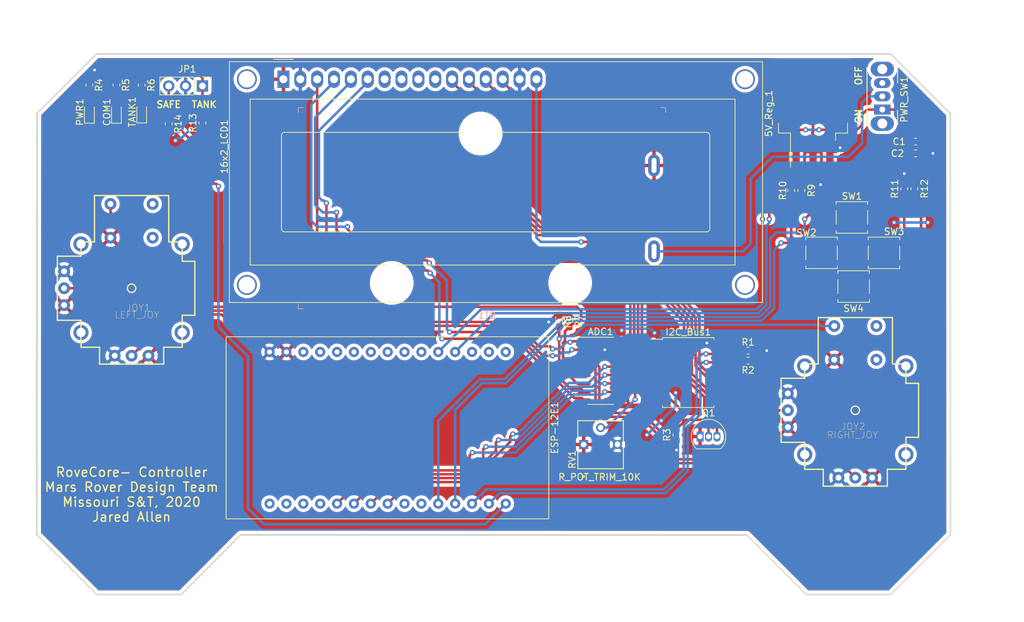
<source format=kicad_pcb>
(kicad_pcb (version 20171130) (host pcbnew "(5.1.4)-1")
  (layers (0 F.Cu signal) (31 B.Cu signal) (34 B.Paste user) (35 F.Paste user) (36 B.SilkS user) (37 F.SilkS user) (38 B.Mask user) (39 F.Mask user) (44 Edge.Cuts user))
  (net 0 "")
  (net 1 "Net-(16x2_LCD1-Pad14)")
  (net 2 "Net-(16x2_LCD1-Pad13)")
  (net 3 "Net-(16x2_LCD1-Pad12)")
  (net 4 "Net-(16x2_LCD1-Pad11)")
  (net 5 "Net-(16x2_LCD1-Pad10)")
  (net 6 "Net-(16x2_LCD1-Pad9)")
  (net 7 "Net-(16x2_LCD1-Pad8)")
  (net 8 "Net-(16x2_LCD1-Pad7)")
  (net 9 "Net-(16x2_LCD1-Pad6)")
  (net 10 "Net-(16x2_LCD1-Pad5)")
  (net 11 "Net-(16x2_LCD1-Pad4)")
  (net 12 V0)
  (net 13 GND)
  (net 14 "Net-(ESP-12E1-Pad30)")
  (net 15 "Net-(ESP-12E1-Pad28)")
  (net 16 "Net-(ESP-12E1-Pad26)")
  (net 17 "Net-(ESP-12E1-Pad25)")
  (net 18 "Net-(ESP-12E1-Pad24)")
  (net 19 "Net-(ESP-12E1-Pad23)")
  (net 20 CS)
  (net 21 "Net-(ESP-12E1-Pad21)")
  (net 22 Din)
  (net 23 "Net-(ESP-12E1-Pad19)")
  (net 24 Dout)
  (net 25 "Net-(ESP-12E1-Pad17)")
  (net 26 CLK)
  (net 27 "Net-(ESP-12E1-Pad15)")
  (net 28 "Net-(ESP-12E1-Pad14)")
  (net 29 "Net-(ESP-12E1-Pad12)")
  (net 30 SafeDrive)
  (net 31 TankDrive)
  (net 32 SDA)
  (net 33 "Net-(ESP-12E1-Pad5)")
  (net 34 SCL)
  (net 35 "Net-(ESP-12E1-Pad3)")
  (net 36 D0)
  (net 37 "Net-(ESP-12E1-Pad1)")
  (net 38 "Net-(I2C_Bus1-Pad13)")
  (net 39 LeftVert)
  (net 40 LeftHorz)
  (net 41 RightVert)
  (net 42 RightHorz)
  (net 43 SW4)
  (net 44 SW3)
  (net 45 SW2)
  (net 46 SW1)
  (net 47 "Net-(ESP-12E1-Pad13)")
  (net 48 "Net-(ESP-12E1-Pad11)")
  (net 49 "Net-(5V_Reg_1-Pad1)")
  (net 50 LeftSel)
  (net 51 RightSel)
  (net 52 "Net-(COM1-Pad2)")
  (net 53 P3)
  (net 54 "Net-(PWR1-Pad2)")
  (net 55 "Net-(BT1-Pad1)")
  (net 56 "Net-(R6-Pad2)")
  (net 57 k)
  (net 58 +5V)
  (net 59 "Net-(PWR_SW1-Pad3)")
  (module Resistor_SMD:R_0603_1608Metric_Pad1.05x0.95mm_HandSolder (layer F.Cu) (at 189.484 72.644 90)
    (fp_text reference R10 (at 0 -1.27 270) (layer F.SilkS))
    (fp_text value 10K)
    (pad 2 smd roundrect (at 0.875 0 90) (size 1.05 0.95) (layers F.Cu F.Paste F.Mask) (net 58 +5V))
    (pad 1 smd roundrect (at -0.875 0 90) (size 1.05 0.95) (layers F.Cu F.Paste F.Mask) (net 45 SW2))
  )
  (module digikey-footprints:Battery_Holder_9V_BC9VPC-ND (layer B.Cu) (at 156.21 86.5632)
    (fp_text reference BT1 (at -12.54 4.91 180) (layer B.SilkS) (effects (justify mirror)))
    (fp_text value 9V_BAT)
    (pad 1 thru_hole oval (at 12.62 -4.74) (size 1.75 3.300001) (drill oval 0.75 2.3) (layers *.Cu *.Mask) (net 55 "Net-(BT1-Pad1)"))
    (pad "" np_thru_hole circle (at -26.87 0) (size 5.57 5.57) (drill 5.57) (layers *.Cu *.Mask))
    (pad "" np_thru_hole circle (at 0 0) (size 5.57 5.57) (drill 5.57) (layers *.Cu *.Mask))
    (pad "" np_thru_hole circle (at -13.49 -22.5) (size 5.57 5.57) (drill 5.57) (layers *.Cu *.Mask))
    (pad 2 thru_hole oval (at 12.62 -17.69) (size 1.75 3.300001) (drill oval 0.75 2.3) (layers *.Cu *.Mask) (net 13 GND))
  )
  (module Resistor_SMD:R_0603_1608Metric_Pad1.05x0.95mm_HandSolder (layer F.Cu) (at 91.694 56.755 270)
    (fp_text reference R6 (at 0 -1.43 90) (layer F.SilkS))
    (fp_text value 510)
    (pad 2 smd roundrect (at 0.875 0 270) (size 1.05 0.95) (layers F.Cu F.Paste F.Mask) (net 56 "Net-(R6-Pad2)"))
    (pad 1 smd roundrect (at -0.875 0 270) (size 1.05 0.95) (layers F.Cu F.Paste F.Mask) (net 31 TankDrive))
  )
  (module Resistor_SMD:R_0603_1608Metric_Pad1.05x0.95mm_HandSolder (layer F.Cu) (at 156.083 92.329 270)
    (fp_text reference R7 (at -0.014 -1.397 90) (layer F.SilkS))
    (fp_text value 10K)
    (pad 2 smd roundrect (at 0.875 0 270) (size 1.05 0.95) (layers F.Cu F.Paste F.Mask) (net 50 LeftSel))
    (pad 1 smd roundrect (at -0.875 0 270) (size 1.05 0.95) (layers F.Cu F.Paste F.Mask) (net 58 +5V))
  )
  (module Resistor_SMD:R_0603_1608Metric_Pad1.05x0.95mm_HandSolder (layer F.Cu) (at 154.559 92.315 270)
    (fp_text reference R8 (at 0.113 -1.27 270) (layer F.SilkS))
    (fp_text value 10K)
    (pad 2 smd roundrect (at 0.875 0 270) (size 1.05 0.95) (layers F.Cu F.Paste F.Mask) (net 51 RightSel))
    (pad 1 smd roundrect (at -0.875 0 270) (size 1.05 0.95) (layers F.Cu F.Paste F.Mask) (net 58 +5V))
  )
  (module Resistor_SMD:R_0603_1608Metric_Pad1.05x0.95mm_HandSolder (layer F.Cu) (at 208.026 72.39 90)
    (fp_text reference R12 (at 0 1.524 270) (layer F.SilkS))
    (fp_text value 10K)
    (pad 1 smd roundrect (at -0.875 0 90) (size 1.05 0.95) (layers F.Cu F.Paste F.Mask) (net 43 SW4))
    (pad 2 smd roundrect (at 0.875 0 90) (size 1.05 0.95) (layers F.Cu F.Paste F.Mask) (net 58 +5V))
  )
  (module Resistor_SMD:R_0603_1608Metric_Pad1.05x0.95mm_HandSolder (layer F.Cu) (at 206.502 72.39 90)
    (fp_text reference R11 (at 0 -1.43 90) (layer F.SilkS))
    (fp_text value 10K)
    (pad 1 smd roundrect (at -0.875 0 90) (size 1.05 0.95) (layers F.Cu F.Paste F.Mask) (net 44 SW3))
    (pad 2 smd roundrect (at 0.875 0 90) (size 1.05 0.95) (layers F.Cu F.Paste F.Mask) (net 58 +5V))
  )
  (module Resistor_SMD:R_0603_1608Metric_Pad1.05x0.95mm_HandSolder (layer F.Cu) (at 191.008 72.644 90)
    (fp_text reference R9 (at 0 1.524 90) (layer F.SilkS))
    (fp_text value 10K)
    (pad 2 smd roundrect (at 0.875 0 90) (size 1.05 0.95) (layers F.Cu F.Paste F.Mask) (net 58 +5V))
    (pad 1 smd roundrect (at -0.875 0 90) (size 1.05 0.95) (layers F.Cu F.Paste F.Mask) (net 46 SW1))
  )
  (module Package_SO:SOIC-16W_7.5x10.3mm_P1.27mm (layer F.Cu) (at 173.99 100.076)
    (fp_text reference I2C_Bus1 (at 0 -6.1) (layer F.SilkS))
    (fp_text value PCF8574)
    (pad 16 smd roundrect (at 4.65 -4.445) (size 2.05 0.6) (layers F.Cu F.Paste F.Mask) (net 58 +5V))
    (pad 15 smd roundrect (at 4.65 -3.175) (size 2.05 0.6) (layers F.Cu F.Paste F.Mask) (net 32 SDA))
    (pad 14 smd roundrect (at 4.65 -1.905) (size 2.05 0.6) (layers F.Cu F.Paste F.Mask) (net 34 SCL))
    (pad 13 smd roundrect (at 4.65 -0.635) (size 2.05 0.6) (layers F.Cu F.Paste F.Mask) (net 38 "Net-(I2C_Bus1-Pad13)"))
    (pad 12 smd roundrect (at 4.65 0.635) (size 2.05 0.6) (layers F.Cu F.Paste F.Mask) (net 1 "Net-(16x2_LCD1-Pad14)"))
    (pad 11 smd roundrect (at 4.65 1.905) (size 2.05 0.6) (layers F.Cu F.Paste F.Mask) (net 2 "Net-(16x2_LCD1-Pad13)"))
    (pad 10 smd roundrect (at 4.65 3.175) (size 2.05 0.6) (layers F.Cu F.Paste F.Mask) (net 3 "Net-(16x2_LCD1-Pad12)"))
    (pad 9 smd roundrect (at 4.65 4.445) (size 2.05 0.6) (layers F.Cu F.Paste F.Mask) (net 4 "Net-(16x2_LCD1-Pad11)"))
    (pad 8 smd roundrect (at -4.65 4.445) (size 2.05 0.6) (layers F.Cu F.Paste F.Mask) (net 13 GND))
    (pad 7 smd roundrect (at -4.65 3.175) (size 2.05 0.6) (layers F.Cu F.Paste F.Mask) (net 53 P3))
    (pad 6 smd roundrect (at -4.65 1.905) (size 2.05 0.6) (layers F.Cu F.Paste F.Mask) (net 9 "Net-(16x2_LCD1-Pad6)"))
    (pad 5 smd roundrect (at -4.65 0.635) (size 2.05 0.6) (layers F.Cu F.Paste F.Mask) (net 10 "Net-(16x2_LCD1-Pad5)"))
    (pad 4 smd roundrect (at -4.65 -0.635) (size 2.05 0.6) (layers F.Cu F.Paste F.Mask) (net 11 "Net-(16x2_LCD1-Pad4)"))
    (pad 3 smd roundrect (at -4.65 -1.905) (size 2.05 0.6) (layers F.Cu F.Paste F.Mask) (net 13 GND))
    (pad 2 smd roundrect (at -4.65 -3.175) (size 2.05 0.6) (layers F.Cu F.Paste F.Mask) (net 13 GND))
    (pad 1 smd roundrect (at -4.65 -4.445) (size 2.05 0.6) (layers F.Cu F.Paste F.Mask) (net 13 GND))
  )
  (module Resistor_SMD:R_0603_1608Metric_Pad1.05x0.95mm_HandSolder (layer F.Cu) (at 182.993 96.774 180)
    (fp_text reference R1 (at 0 1.27) (layer F.SilkS))
    (fp_text value 4.7K)
    (pad 2 smd roundrect (at 0.875 0 180) (size 1.05 0.95) (layers F.Cu F.Paste F.Mask) (net 32 SDA))
    (pad 1 smd roundrect (at -0.875 0 180) (size 1.05 0.95) (layers F.Cu F.Paste F.Mask) (net 58 +5V))
  )
  (module Capacitor_SMD:C_0603_1608Metric_Pad1.05x0.95mm_HandSolder (layer F.Cu) (at 208.2292 67.056 180)
    (fp_text reference C2 (at 2.7432 0) (layer F.SilkS))
    (fp_text value 1uF)
    (pad 1 smd roundrect (at -0.875 0 180) (size 1.05 0.95) (layers F.Cu F.Paste F.Mask) (net 58 +5V))
    (pad 2 smd roundrect (at 0.875 0 180) (size 1.05 0.95) (layers F.Cu F.Paste F.Mask) (net 13 GND))
  )
  (module Capacitor_SMD:C_0603_1608Metric_Pad1.05x0.95mm_HandSolder (layer F.Cu) (at 208.2292 65.278)
    (fp_text reference C1 (at -2.4892 0) (layer F.SilkS))
    (fp_text value 1uF)
    (pad 1 smd roundrect (at -0.875 0) (size 1.05 0.95) (layers F.Cu F.Paste F.Mask) (net 49 "Net-(5V_Reg_1-Pad1)"))
    (pad 2 smd roundrect (at 0.875 0) (size 1.05 0.95) (layers F.Cu F.Paste F.Mask) (net 13 GND))
  )
  (module Package_SO:SOIC-16_3.9x9.9mm_P1.27mm (layer F.Cu) (at 160.782 99.822)
    (fp_text reference ADC1 (at 0 -5.9) (layer F.SilkS))
    (fp_text value MCP3008)
    (pad 16 smd roundrect (at 2.475 -4.445) (size 1.95 0.6) (layers F.Cu F.Paste F.Mask) (net 58 +5V))
    (pad 15 smd roundrect (at 2.475 -3.175) (size 1.95 0.6) (layers F.Cu F.Paste F.Mask) (net 58 +5V))
    (pad 14 smd roundrect (at 2.475 -1.905) (size 1.95 0.6) (layers F.Cu F.Paste F.Mask) (net 13 GND))
    (pad 13 smd roundrect (at 2.475 -0.635) (size 1.95 0.6) (layers F.Cu F.Paste F.Mask) (net 26 CLK))
    (pad 12 smd roundrect (at 2.475 0.635) (size 1.95 0.6) (layers F.Cu F.Paste F.Mask) (net 24 Dout))
    (pad 11 smd roundrect (at 2.475 1.905) (size 1.95 0.6) (layers F.Cu F.Paste F.Mask) (net 22 Din))
    (pad 10 smd roundrect (at 2.475 3.175) (size 1.95 0.6) (layers F.Cu F.Paste F.Mask) (net 20 CS))
    (pad 9 smd roundrect (at 2.475 4.445) (size 1.95 0.6) (layers F.Cu F.Paste F.Mask) (net 13 GND))
    (pad 8 smd roundrect (at -2.475 4.445) (size 1.95 0.6) (layers F.Cu F.Paste F.Mask) (net 30 SafeDrive))
    (pad 7 smd roundrect (at -2.475 3.175) (size 1.95 0.6) (layers F.Cu F.Paste F.Mask) (net 31 TankDrive))
    (pad 6 smd roundrect (at -2.475 1.905) (size 1.95 0.6) (layers F.Cu F.Paste F.Mask) (net 51 RightSel))
    (pad 5 smd roundrect (at -2.475 0.635) (size 1.95 0.6) (layers F.Cu F.Paste F.Mask) (net 50 LeftSel))
    (pad 4 smd roundrect (at -2.475 -0.635) (size 1.95 0.6) (layers F.Cu F.Paste F.Mask) (net 42 RightHorz))
    (pad 3 smd roundrect (at -2.475 -1.905) (size 1.95 0.6) (layers F.Cu F.Paste F.Mask) (net 41 RightVert))
    (pad 2 smd roundrect (at -2.475 -3.175) (size 1.95 0.6) (layers F.Cu F.Paste F.Mask) (net 40 LeftHorz))
    (pad 1 smd roundrect (at -2.475 -4.445) (size 1.95 0.6) (layers F.Cu F.Paste F.Mask) (net 39 LeftVert))
  )
  (module LED_SMD:LED_0603_1608Metric_Pad1.05x0.95mm_HandSolder (layer F.Cu) (at 87.884 60.847 90)
    (fp_text reference COM1 (at 0 -1.43 90) (layer F.SilkS))
    (fp_text value BLUE)
    (pad 2 smd roundrect (at 0.875 0 90) (size 1.05 0.95) (layers F.Cu F.Paste F.Mask) (net 52 "Net-(COM1-Pad2)"))
    (pad 1 smd roundrect (at -0.875 0 90) (size 1.05 0.95) (layers F.Cu F.Paste F.Mask) (net 13 GND))
  )
  (module LED_SMD:LED_0603_1608Metric_Pad1.05x0.95mm_HandSolder (layer F.Cu) (at 91.694 60.819 90)
    (fp_text reference TANK1 (at 0 -1.43 90) (layer F.SilkS))
    (fp_text value RED)
    (pad 2 smd roundrect (at 0.875 0 90) (size 1.05 0.95) (layers F.Cu F.Paste F.Mask) (net 56 "Net-(R6-Pad2)"))
    (pad 1 smd roundrect (at -0.875 0 90) (size 1.05 0.95) (layers F.Cu F.Paste F.Mask) (net 13 GND))
  )
  (module Resistor_SMD:R_0603_1608Metric_Pad1.05x0.95mm_HandSolder (layer F.Cu) (at 87.884 56.755 270)
    (fp_text reference R5 (at 0 -1.43 90) (layer F.SilkS))
    (fp_text value 510)
    (pad 2 smd roundrect (at 0.875 0 270) (size 1.05 0.95) (layers F.Cu F.Paste F.Mask) (net 52 "Net-(COM1-Pad2)"))
    (pad 1 smd roundrect (at -0.875 0 270) (size 1.05 0.95) (layers F.Cu F.Paste F.Mask) (net 36 D0))
  )
  (module Connector_PinHeader_2.54mm:PinHeader_1x03_P2.54mm_Vertical (layer F.Cu) (at 100.838 56.896 270)
    (fp_text reference JP1 (at -2.54 2.286 180) (layer F.SilkS))
    (fp_text value Jumper_NC_Dual)
    (pad 3 thru_hole oval (at 0 5.08 270) (size 1.7 1.7) (drill 1) (layers *.Cu *.Mask) (net 30 SafeDrive))
    (pad 2 thru_hole oval (at 0 2.54 270) (size 1.7 1.7) (drill 1) (layers *.Cu *.Mask) (net 58 +5V))
    (pad 1 thru_hole rect (at 0 0 270) (size 1.7 1.7) (drill 1) (layers *.Cu *.Mask) (net 31 TankDrive))
  )
  (module Display:WC1602A (layer F.Cu) (at 113.03 55.88)
    (fp_text reference 16x2_LCD1 (at -8.89 10.16 270) (layer F.SilkS))
    (fp_text value RC1602A)
    (pad "" thru_hole circle (at 69.5 0) (size 3 3) (drill 2.5) (layers *.Cu *.Mask))
    (pad "" thru_hole circle (at 69.49948 31.0007) (size 3 3) (drill 2.5) (layers *.Cu *.Mask))
    (pad "" thru_hole circle (at -5.4991 31.0007) (size 3 3) (drill 2.5) (layers *.Cu *.Mask))
    (pad "" thru_hole circle (at -5.4991 0) (size 3 3) (drill 2.5) (layers *.Cu *.Mask))
    (pad 16 thru_hole oval (at 38.1 0) (size 1.8 2.6) (drill 1.2) (layers *.Cu *.Mask) (net 57 k))
    (pad 15 thru_hole oval (at 35.56 0) (size 1.8 2.6) (drill 1.2) (layers *.Cu *.Mask) (net 58 +5V))
    (pad 14 thru_hole oval (at 33.02 0) (size 1.8 2.6) (drill 1.2) (layers *.Cu *.Mask) (net 1 "Net-(16x2_LCD1-Pad14)"))
    (pad 13 thru_hole oval (at 30.48 0) (size 1.8 2.6) (drill 1.2) (layers *.Cu *.Mask) (net 2 "Net-(16x2_LCD1-Pad13)"))
    (pad 12 thru_hole oval (at 27.94 0) (size 1.8 2.6) (drill 1.2) (layers *.Cu *.Mask) (net 3 "Net-(16x2_LCD1-Pad12)"))
    (pad 11 thru_hole oval (at 25.4 0) (size 1.8 2.6) (drill 1.2) (layers *.Cu *.Mask) (net 4 "Net-(16x2_LCD1-Pad11)"))
    (pad 10 thru_hole oval (at 22.86 0) (size 1.8 2.6) (drill 1.2) (layers *.Cu *.Mask) (net 5 "Net-(16x2_LCD1-Pad10)"))
    (pad 9 thru_hole oval (at 20.32 0) (size 1.8 2.6) (drill 1.2) (layers *.Cu *.Mask) (net 6 "Net-(16x2_LCD1-Pad9)"))
    (pad 8 thru_hole oval (at 17.78 0) (size 1.8 2.6) (drill 1.2) (layers *.Cu *.Mask) (net 7 "Net-(16x2_LCD1-Pad8)"))
    (pad 7 thru_hole oval (at 15.24 0) (size 1.8 2.6) (drill 1.2) (layers *.Cu *.Mask) (net 8 "Net-(16x2_LCD1-Pad7)"))
    (pad 6 thru_hole oval (at 12.7 0) (size 1.8 2.6) (drill 1.2) (layers *.Cu *.Mask) (net 9 "Net-(16x2_LCD1-Pad6)"))
    (pad 5 thru_hole oval (at 10.16 0) (size 1.8 2.6) (drill 1.2) (layers *.Cu *.Mask) (net 10 "Net-(16x2_LCD1-Pad5)"))
    (pad 4 thru_hole oval (at 7.62 0) (size 1.8 2.6) (drill 1.2) (layers *.Cu *.Mask) (net 11 "Net-(16x2_LCD1-Pad4)"))
    (pad 3 thru_hole oval (at 5.08 0) (size 1.8 2.6) (drill 1.2) (layers *.Cu *.Mask) (net 12 V0))
    (pad 2 thru_hole oval (at 2.54 0) (size 1.8 2.6) (drill 1.2) (layers *.Cu *.Mask) (net 58 +5V))
    (pad 1 thru_hole rect (at 0 0) (size 1.8 2.6) (drill 1.2) (layers *.Cu *.Mask) (net 13 GND))
  )
  (module JOYSTICK:JOYSTICK (layer F.Cu) (at 199.136 105.7656)
    (fp_text reference JOY2 (at -0.3048 2.4384) (layer F.SilkS) (effects (font (thickness 0.05))))
    (fp_text value RIGHT_JOY (at -0.4064 3.7084) (layer F.SilkS) (effects (font (thickness 0.05))))
    (pad B1B thru_hole circle (at 3.175 -12.7) (size 1.778 1.778) (drill 0.9) (layers *.Cu *.Mask))
    (pad B1A thru_hole circle (at -3.175 -12.7) (size 1.778 1.778) (drill 0.9) (layers *.Cu *.Mask) (net 51 RightSel))
    (pad B2A thru_hole circle (at -3.175 -7.62) (size 1.778 1.778) (drill 0.9) (layers *.Cu *.Mask) (net 13 GND))
    (pad B2B thru_hole circle (at 3.175 -7.62) (size 1.778 1.778) (drill 0.9) (layers *.Cu *.Mask))
    (pad V1 thru_hole circle (at -10.16 -2.54) (size 1.778 1.778) (drill 0.889) (layers *.Cu *.Mask) (net 58 +5V))
    (pad V3 thru_hole circle (at -10.16 2.54) (size 1.778 1.778) (drill 0.889) (layers *.Cu *.Mask) (net 13 GND))
    (pad V2 thru_hole circle (at -10.16 0) (size 1.778 1.778) (drill 0.889) (layers *.Cu *.Mask) (net 41 RightVert))
    (pad H1 thru_hole circle (at -2.54 10.16) (size 1.778 1.778) (drill 0.889) (layers *.Cu *.Mask) (net 58 +5V))
    (pad H2 thru_hole circle (at 0 10.16) (size 1.778 1.778) (drill 0.889) (layers *.Cu *.Mask) (net 42 RightHorz))
    (pad H3 thru_hole circle (at 2.54 10.16) (size 1.778 1.778) (drill 0.889) (layers *.Cu *.Mask) (net 13 GND))
    (pad MOUNT2 thru_hole circle (at -7.62 6.6675) (size 2.286 2.286) (drill 1.397) (layers *.Cu *.Mask))
    (pad MOUNT3 thru_hole circle (at 7.62 6.6675) (size 2.286 2.286) (drill 1.397) (layers *.Cu *.Mask))
    (pad MOUNT4 thru_hole circle (at 7.62 -6.6675) (size 2.286 2.286) (drill 1.397) (layers *.Cu *.Mask))
    (pad MOUNT1 thru_hole circle (at -7.62 -6.6675) (size 2.286 2.286) (drill 1.397) (layers *.Cu *.Mask))
  )
  (module Package_TO_SOT_THT:TO-92_Inline (layer F.Cu) (at 175.768 109.728)
    (fp_text reference Q1 (at 1.27 -3.56) (layer F.SilkS))
    (fp_text value S8050)
    (pad 1 thru_hole rect (at 0 0) (size 1.05 1.5) (drill 0.75) (layers *.Cu *.Mask) (net 13 GND))
    (pad 3 thru_hole oval (at 2.54 0) (size 1.05 1.5) (drill 0.75) (layers *.Cu *.Mask) (net 57 k))
    (pad 2 thru_hole oval (at 1.27 0) (size 1.05 1.5) (drill 0.75) (layers *.Cu *.Mask) (net 53 P3))
  )
  (module JOYSTICK:JOYSTICK (layer F.Cu) (at 90.17 87.376)
    (fp_text reference JOY1 (at 1.016 2.9464) (layer F.SilkS) (effects (font (thickness 0.05))))
    (fp_text value LEFT_JOY (at 0.8128 4.0132) (layer F.SilkS) (effects (font (thickness 0.05))))
    (pad B1B thru_hole circle (at 3.175 -12.7) (size 1.778 1.778) (drill 0.9) (layers *.Cu *.Mask))
    (pad B1A thru_hole circle (at -3.175 -12.7) (size 1.778 1.778) (drill 0.9) (layers *.Cu *.Mask) (net 50 LeftSel))
    (pad B2A thru_hole circle (at -3.175 -7.62) (size 1.778 1.778) (drill 0.9) (layers *.Cu *.Mask) (net 13 GND))
    (pad B2B thru_hole circle (at 3.175 -7.62) (size 1.778 1.778) (drill 0.9) (layers *.Cu *.Mask))
    (pad V1 thru_hole circle (at -10.16 -2.54) (size 1.778 1.778) (drill 0.889) (layers *.Cu *.Mask) (net 58 +5V))
    (pad V3 thru_hole circle (at -10.16 2.54) (size 1.778 1.778) (drill 0.889) (layers *.Cu *.Mask) (net 13 GND))
    (pad V2 thru_hole circle (at -10.16 0) (size 1.778 1.778) (drill 0.889) (layers *.Cu *.Mask) (net 39 LeftVert))
    (pad H1 thru_hole circle (at -2.54 10.16) (size 1.778 1.778) (drill 0.889) (layers *.Cu *.Mask) (net 58 +5V))
    (pad H2 thru_hole circle (at 0 10.16) (size 1.778 1.778) (drill 0.889) (layers *.Cu *.Mask) (net 40 LeftHorz))
    (pad H3 thru_hole circle (at 2.54 10.16) (size 1.778 1.778) (drill 0.889) (layers *.Cu *.Mask) (net 13 GND))
    (pad MOUNT2 thru_hole circle (at -7.62 6.6675) (size 2.286 2.286) (drill 1.397) (layers *.Cu *.Mask))
    (pad MOUNT3 thru_hole circle (at 7.62 6.6675) (size 2.286 2.286) (drill 1.397) (layers *.Cu *.Mask))
    (pad MOUNT4 thru_hole circle (at 7.62 -6.6675) (size 2.286 2.286) (drill 1.397) (layers *.Cu *.Mask))
    (pad MOUNT1 thru_hole circle (at -7.62 -6.6675) (size 2.286 2.286) (drill 1.397) (layers *.Cu *.Mask))
  )
  (module Rover_Controller:ESP8266_nodeMCU (layer F.Cu) (at 146.5072 108.4072 270)
    (fp_text reference ESP-12E1 (at 0 -7.366 90) (layer F.SilkS))
    (fp_text value ESP8266_NodeMCU)
    (pad 1 thru_hole circle (at -11.43 0 270) (size 1.524 1.524) (drill 0.762) (layers *.Cu *.Mask) (net 37 "Net-(ESP-12E1-Pad1)"))
    (pad 2 thru_hole circle (at 11.43 0 270) (size 1.524 1.524) (drill 0.762) (layers *.Cu *.Mask) (net 36 D0))
    (pad 3 thru_hole circle (at -11.43 2.54 270) (size 1.524 1.524) (drill 0.762) (layers *.Cu *.Mask) (net 35 "Net-(ESP-12E1-Pad3)"))
    (pad 4 thru_hole circle (at 11.43 2.54 270) (size 1.524 1.524) (drill 0.762) (layers *.Cu *.Mask) (net 34 SCL))
    (pad 5 thru_hole circle (at -11.43 5.08 270) (size 1.524 1.524) (drill 0.762) (layers *.Cu *.Mask) (net 33 "Net-(ESP-12E1-Pad5)"))
    (pad 6 thru_hole circle (at 11.43 5.08 270) (size 1.524 1.524) (drill 0.762) (layers *.Cu *.Mask) (net 32 SDA))
    (pad 7 thru_hole circle (at -11.43 7.62 270) (size 1.524 1.524) (drill 0.762) (layers *.Cu *.Mask) (net 44 SW3))
    (pad 8 thru_hole circle (at 11.43 7.62 270) (size 1.524 1.524) (drill 0.762) (layers *.Cu *.Mask) (net 45 SW2))
    (pad 9 thru_hole circle (at -11.43 10.16 270) (size 1.524 1.524) (drill 0.762) (layers *.Cu *.Mask) (net 43 SW4))
    (pad 10 thru_hole circle (at 11.43 10.16 270) (size 1.524 1.524) (drill 0.762) (layers *.Cu *.Mask) (net 46 SW1))
    (pad 11 thru_hole circle (at -11.43 12.7 270) (size 1.524 1.524) (drill 0.762) (layers *.Cu *.Mask) (net 48 "Net-(ESP-12E1-Pad11)"))
    (pad 12 thru_hole circle (at 11.43 12.7 270) (size 1.524 1.524) (drill 0.762) (layers *.Cu *.Mask) (net 29 "Net-(ESP-12E1-Pad12)"))
    (pad 13 thru_hole circle (at -11.43 15.24 270) (size 1.524 1.524) (drill 0.762) (layers *.Cu *.Mask) (net 47 "Net-(ESP-12E1-Pad13)"))
    (pad 14 thru_hole circle (at 11.43 15.24 270) (size 1.524 1.524) (drill 0.762) (layers *.Cu *.Mask) (net 28 "Net-(ESP-12E1-Pad14)"))
    (pad 15 thru_hole circle (at -11.43 17.78 270) (size 1.524 1.524) (drill 0.762) (layers *.Cu *.Mask) (net 27 "Net-(ESP-12E1-Pad15)"))
    (pad 16 thru_hole circle (at 11.43 17.78 270) (size 1.524 1.524) (drill 0.762) (layers *.Cu *.Mask) (net 26 CLK))
    (pad 17 thru_hole circle (at -11.43 20.32 270) (size 1.524 1.524) (drill 0.762) (layers *.Cu *.Mask) (net 25 "Net-(ESP-12E1-Pad17)"))
    (pad 18 thru_hole circle (at 11.43 20.32 270) (size 1.524 1.524) (drill 0.762) (layers *.Cu *.Mask) (net 24 Dout))
    (pad 19 thru_hole circle (at -11.43 22.86 270) (size 1.524 1.524) (drill 0.762) (layers *.Cu *.Mask) (net 23 "Net-(ESP-12E1-Pad19)"))
    (pad 20 thru_hole circle (at 11.43 22.86 270) (size 1.524 1.524) (drill 0.762) (layers *.Cu *.Mask) (net 22 Din))
    (pad 21 thru_hole circle (at -11.43 25.4 270) (size 1.524 1.524) (drill 0.762) (layers *.Cu *.Mask) (net 21 "Net-(ESP-12E1-Pad21)"))
    (pad 22 thru_hole circle (at 11.43 25.4 270) (size 1.524 1.524) (drill 0.762) (layers *.Cu *.Mask) (net 20 CS))
    (pad 23 thru_hole circle (at -11.43 27.94 270) (size 1.524 1.524) (drill 0.762) (layers *.Cu *.Mask) (net 19 "Net-(ESP-12E1-Pad23)"))
    (pad 24 thru_hole circle (at 11.43 27.94 270) (size 1.524 1.524) (drill 0.762) (layers *.Cu *.Mask) (net 18 "Net-(ESP-12E1-Pad24)"))
    (pad 25 thru_hole circle (at -11.43 30.48 270) (size 1.524 1.524) (drill 0.762) (layers *.Cu *.Mask) (net 17 "Net-(ESP-12E1-Pad25)"))
    (pad 26 thru_hole circle (at 11.43 30.48 270) (size 1.524 1.524) (drill 0.762) (layers *.Cu *.Mask) (net 16 "Net-(ESP-12E1-Pad26)"))
    (pad 27 thru_hole circle (at -11.43 33.02 270) (size 1.524 1.524) (drill 0.762) (layers *.Cu *.Mask) (net 13 GND))
    (pad 28 thru_hole circle (at 11.43 33.02 270) (size 1.524 1.524) (drill 0.762) (layers *.Cu *.Mask) (net 15 "Net-(ESP-12E1-Pad28)"))
    (pad 29 thru_hole circle (at -11.43 35.56 270) (size 1.524 1.524) (drill 0.762) (layers *.Cu *.Mask) (net 58 +5V))
    (pad 30 thru_hole circle (at 11.43 35.56 270) (size 1.524 1.524) (drill 0.762) (layers *.Cu *.Mask) (net 14 "Net-(ESP-12E1-Pad30)"))
  )
  (module LED_SMD:LED_0603_1608Metric_Pad1.05x0.95mm_HandSolder (layer F.Cu) (at 83.82 60.847 90)
    (fp_text reference PWR1 (at 0 -1.43 90) (layer F.SilkS))
    (fp_text value GREEN)
    (pad 1 smd roundrect (at -0.875 0 90) (size 1.05 0.95) (layers F.Cu F.Paste F.Mask) (net 13 GND))
    (pad 2 smd roundrect (at 0.875 0 90) (size 1.05 0.95) (layers F.Cu F.Paste F.Mask) (net 54 "Net-(PWR1-Pad2)"))
  )
  (module Resistor_SMD:R_0603_1608Metric_Pad1.05x0.95mm_HandSolder (layer F.Cu) (at 182.993 98.298 180)
    (fp_text reference R2 (at 0 -1.43) (layer F.SilkS))
    (fp_text value 4.7K)
    (pad 1 smd roundrect (at -0.875 0 180) (size 1.05 0.95) (layers F.Cu F.Paste F.Mask) (net 58 +5V))
    (pad 2 smd roundrect (at 0.875 0 180) (size 1.05 0.95) (layers F.Cu F.Paste F.Mask) (net 34 SCL))
  )
  (module Resistor_SMD:R_0603_1608Metric_Pad1.05x0.95mm_HandSolder (layer F.Cu) (at 172.212 109.474 90)
    (fp_text reference R3 (at 0 -1.43 90) (layer F.SilkS))
    (fp_text value 4.7K)
    (pad 1 smd roundrect (at -0.875 0 90) (size 1.05 0.95) (layers F.Cu F.Paste F.Mask) (net 58 +5V))
    (pad 2 smd roundrect (at 0.875 0 90) (size 1.05 0.95) (layers F.Cu F.Paste F.Mask) (net 53 P3))
  )
  (module Resistor_SMD:R_0603_1608Metric_Pad1.05x0.95mm_HandSolder (layer F.Cu) (at 83.82 56.755 270)
    (fp_text reference R4 (at 0 -1.43 90) (layer F.SilkS))
    (fp_text value 510)
    (pad 1 smd roundrect (at -0.875 0 270) (size 1.05 0.95) (layers F.Cu F.Paste F.Mask) (net 58 +5V))
    (pad 2 smd roundrect (at 0.875 0 270) (size 1.05 0.95) (layers F.Cu F.Paste F.Mask) (net 54 "Net-(PWR1-Pad2)"))
  )
  (module Resistor_SMD:R_0603_1608Metric_Pad1.05x0.95mm_HandSolder (layer F.Cu) (at 100.838 62.484 90)
    (fp_text reference R13 (at 0 -1.43 90) (layer F.SilkS))
    (fp_text value 10K)
    (pad 1 smd roundrect (at -0.875 0 90) (size 1.05 0.95) (layers F.Cu F.Paste F.Mask) (net 13 GND))
    (pad 2 smd roundrect (at 0.875 0 90) (size 1.05 0.95) (layers F.Cu F.Paste F.Mask) (net 31 TankDrive))
  )
  (module Resistor_SMD:R_0603_1608Metric_Pad1.05x0.95mm_HandSolder (layer F.Cu) (at 95.758 62.597 270)
    (fp_text reference R14 (at 0 -1.43 90) (layer F.SilkS))
    (fp_text value 10K)
    (pad 2 smd roundrect (at 0.875 0 270) (size 1.05 0.95) (layers F.Cu F.Paste F.Mask) (net 13 GND))
    (pad 1 smd roundrect (at -0.875 0 270) (size 1.05 0.95) (layers F.Cu F.Paste F.Mask) (net 30 SafeDrive))
  )
  (module Package_TO_SOT_SMD:TO-263-3_TabPin2 (layer F.Cu) (at 192.767 61.0464 90)
    (fp_text reference 5V_Reg_1 (at 0 -6.65 90) (layer F.SilkS))
    (fp_text value L7805)
    (pad 2 smd rect (at 3.375 0 90) (size 9.4 10.8) (layers F.Cu F.Mask) (net 13 GND))
    (pad 3 smd rect (at -5.775 2.54 90) (size 4.6 1.1) (layers F.Cu F.Paste F.Mask) (net 58 +5V))
    (pad 2 smd rect (at -5.775 0 90) (size 4.6 1.1) (layers F.Cu F.Paste F.Mask) (net 13 GND))
    (pad 1 smd rect (at -5.775 -2.54 90) (size 4.6 1.1) (layers F.Cu F.Paste F.Mask) (net 49 "Net-(5V_Reg_1-Pad1)"))
  )
  (module 3362_Trimmer_Pot:3362P-1-103LF (layer F.Cu) (at 163.322 110.998)
    (fp_text reference RV1 (at -6.8072 2.1844 90) (layer F.SilkS))
    (fp_text value R_POT_TRIM_10K (at -2.6924 4.826) (layer F.SilkS))
    (fp_text user * (at 0 0) (layer F.SilkS))
    (pad 1 thru_hole rect (at -5.08 -0.0762) (size 1.3462 1.3462) (drill 0.8382) (layers *.Cu *.Mask) (net 13 GND))
    (pad 2 thru_hole circle (at -2.54 -2.6162) (size 1.3462 1.3462) (drill 0.8382) (layers *.Cu *.Mask) (net 12 V0))
    (pad 3 thru_hole circle (at 0 -0.0762) (size 1.3462 1.3462) (drill 0.8382) (layers *.Cu *.Mask) (net 58 +5V))
  )
  (module Button_Switch_SMD:SW_SPST_TL3305A (layer F.Cu) (at 198.628 76.708)
    (fp_text reference SW1 (at 0 -3.2) (layer F.SilkS))
    (fp_text value SW_Push)
    (pad 2 smd rect (at -3.6 1.5) (size 1.6 1.4) (layers F.Cu F.Paste F.Mask) (net 13 GND))
    (pad 2 smd rect (at 3.6 1.5) (size 1.6 1.4) (layers F.Cu F.Paste F.Mask) (net 13 GND))
    (pad 1 smd rect (at -3.6 -1.5) (size 1.6 1.4) (layers F.Cu F.Paste F.Mask) (net 46 SW1))
    (pad 1 smd rect (at 3.6 -1.5) (size 1.6 1.4) (layers F.Cu F.Paste F.Mask) (net 46 SW1))
  )
  (module Button_Switch_SMD:SW_SPST_TL3305A (layer F.Cu) (at 194.056 82.042)
    (fp_text reference SW2 (at -2.286 -3.048) (layer F.SilkS))
    (fp_text value SW_Push)
    (pad 1 smd rect (at 3.6 -1.5) (size 1.6 1.4) (layers F.Cu F.Paste F.Mask) (net 45 SW2))
    (pad 1 smd rect (at -3.6 -1.5) (size 1.6 1.4) (layers F.Cu F.Paste F.Mask) (net 45 SW2))
    (pad 2 smd rect (at 3.6 1.5) (size 1.6 1.4) (layers F.Cu F.Paste F.Mask) (net 13 GND))
    (pad 2 smd rect (at -3.6 1.5) (size 1.6 1.4) (layers F.Cu F.Paste F.Mask) (net 13 GND))
  )
  (module Button_Switch_SMD:SW_SPST_TL3305A (layer F.Cu) (at 203.454 82.042)
    (fp_text reference SW3 (at 1.524 -3.2) (layer F.SilkS))
    (fp_text value SW_Push)
    (pad 1 smd rect (at 3.6 -1.5) (size 1.6 1.4) (layers F.Cu F.Paste F.Mask) (net 44 SW3))
    (pad 1 smd rect (at -3.6 -1.5) (size 1.6 1.4) (layers F.Cu F.Paste F.Mask) (net 44 SW3))
    (pad 2 smd rect (at 3.6 1.5) (size 1.6 1.4) (layers F.Cu F.Paste F.Mask) (net 13 GND))
    (pad 2 smd rect (at -3.6 1.5) (size 1.6 1.4) (layers F.Cu F.Paste F.Mask) (net 13 GND))
  )
  (module Button_Switch_SMD:SW_SPST_TL3305A (layer F.Cu) (at 198.882 87.122)
    (fp_text reference SW4 (at 0 3.302) (layer F.SilkS))
    (fp_text value SW_Push)
    (pad 2 smd rect (at -3.6 1.5) (size 1.6 1.4) (layers F.Cu F.Paste F.Mask) (net 13 GND))
    (pad 2 smd rect (at 3.6 1.5) (size 1.6 1.4) (layers F.Cu F.Paste F.Mask) (net 13 GND))
    (pad 1 smd rect (at -3.6 -1.5) (size 1.6 1.4) (layers F.Cu F.Paste F.Mask) (net 43 SW4))
    (pad 1 smd rect (at 3.6 -1.5) (size 1.6 1.4) (layers F.Cu F.Paste F.Mask) (net 43 SW4))
  )
  (module Button_Switch_THT:SW_CuK_OS102011MA1QN1_SPDT_Angled (layer F.Cu) (at 203.2 60.452 90)
    (fp_text reference PWR_SW1 (at 1.524 3.302 270) (layer F.SilkS))
    (fp_text value SW_SPDT)
    (pad 1 thru_hole rect (at 0 0 90) (size 1.5 2.5) (drill 0.9) (layers *.Cu *.Mask) (net 49 "Net-(5V_Reg_1-Pad1)"))
    (pad 2 thru_hole oval (at 2 0 90) (size 1.5 2.5) (drill 0.9) (layers *.Cu *.Mask) (net 55 "Net-(BT1-Pad1)"))
    (pad 3 thru_hole oval (at 4 0 90) (size 1.5 2.5) (drill 0.9) (layers *.Cu *.Mask) (net 59 "Net-(PWR_SW1-Pad3)"))
    (pad "" thru_hole oval (at -2.1 0 90) (size 2.2 3.5) (drill 1.5) (layers *.Cu *.Mask))
    (pad "" thru_hole oval (at 6.1 0 90) (size 2.2 3.5) (drill 1.5) (layers *.Cu *.Mask))
  )
  (gr_text OFF (at 199.644 55.372 90) (layer F.SilkS) (effects (font (size 1.016 1.016) (thickness 0.2032))))
  (gr_text ON (at 199.644 61.468 90) (layer F.SilkS) (effects (font (size 1.016 1.016) (thickness 0.2032))))
  (gr_text SAFE (at 95.758 59.69) (layer F.SilkS) (effects (font (size 1.016 1.016) (thickness 0.2032))))
  (gr_text TANK (at 101.092 59.69) (layer F.SilkS) (effects (font (size 1.016 1.016) (thickness 0.2032))))
  (gr_text "RoveCore- Controller\nMars Rover Design Team\nMissouri S&T, 2020\nJared Allen" (at 90.17 118.4656) (layer F.SilkS) (effects (font (size 1.397 1.397) (thickness 0.2032))))
  (gr_line (start 97.6376 133.5278) (end 106.5784 124.5362) (layer Edge.Cuts) (width 0.25))
  (gr_line (start 84.9122 133.5278) (end 97.6376 133.5278) (layer Edge.Cuts) (width 0.25))
  (gr_line (start 75.8952 124.4854) (end 84.9122 133.5278) (layer Edge.Cuts) (width 0.25))
  (gr_line (start 75.946 61.0108) (end 75.8952 124.4854) (layer Edge.Cuts) (width 0.25))
  (gr_line (start 84.9122 52.07) (end 75.946 61.0108) (layer Edge.Cuts) (width 0.25))
  (gr_line (start 204.47 52.07) (end 84.9122 52.07) (layer Edge.Cuts) (width 0.25))
  (gr_line (start 213.4362 61.0616) (end 204.47 52.07) (layer Edge.Cuts) (width 0.25))
  (gr_line (start 213.4616 124.5108) (end 213.4362 61.0616) (layer Edge.Cuts) (width 0.25))
  (gr_line (start 204.4446 133.5278) (end 213.4616 124.5108) (layer Edge.Cuts) (width 0.25))
  (gr_line (start 191.77 133.5278) (end 204.4446 133.5278) (layer Edge.Cuts) (width 0.25))
  (gr_line (start 182.8038 124.5616) (end 191.77 133.5278) (layer Edge.Cuts) (width 0.25))
  (gr_line (start 182.753 124.5616) (end 182.8038 124.5616) (layer Edge.Cuts) (width 0.25))
  (gr_line (start 106.5784 124.5362) (end 182.753 124.5616) (layer Edge.Cuts) (width 0.25))
  (segment (start 146.05 56.28) (end 146.05 55.88) (width 0.381) (layer F.Cu) (net 1))
  (segment (start 148.55503 58.78503) (end 146.05 56.28) (width 0.381) (layer F.Cu) (net 1))
  (segment (start 148.55503 74.200358) (end 148.55503 58.78503) (width 0.381) (layer F.Cu) (net 1))
  (segment (start 151.986642 77.63197) (end 148.55503 74.200358) (width 0.381) (layer F.Cu) (net 1))
  (segment (start 166.443009 82.257321) (end 161.817658 77.63197) (width 0.381) (layer F.Cu) (net 1))
  (segment (start 178.26929 100.34029) (end 177.14989 100.34029) (width 0.381) (layer F.Cu) (net 1))
  (segment (start 161.817658 77.63197) (end 151.986642 77.63197) (width 0.381) (layer F.Cu) (net 1))
  (segment (start 177.14989 100.34029) (end 175.6664 98.8568) (width 0.381) (layer F.Cu) (net 1))
  (segment (start 175.6664 98.8568) (end 175.6664 91.51939) (width 0.381) (layer F.Cu) (net 1))
  (segment (start 178.64 100.711) (end 178.26929 100.34029) (width 0.381) (layer F.Cu) (net 1))
  (segment (start 175.6664 91.51939) (end 166.44301 82.296) (width 0.381) (layer F.Cu) (net 1))
  (segment (start 166.44301 82.296) (end 166.443009 82.257321) (width 0.381) (layer F.Cu) (net 1))
  (segment (start 147.97402 74.44102) (end 147.97402 60.74402) (width 0.381) (layer F.Cu) (net 2))
  (segment (start 147.97402 60.74402) (end 143.51 56.28) (width 0.381) (layer F.Cu) (net 2))
  (segment (start 151.74598 78.21298) (end 147.97402 74.44102) (width 0.381) (layer F.Cu) (net 2))
  (segment (start 165.862 82.497984) (end 161.576996 78.21298) (width 0.381) (layer F.Cu) (net 2))
  (segment (start 178.64 101.981) (end 178.26929 101.61029) (width 0.381) (layer F.Cu) (net 2))
  (segment (start 178.26929 101.61029) (end 177.598218 101.61029) (width 0.381) (layer F.Cu) (net 2))
  (segment (start 161.576996 78.21298) (end 151.74598 78.21298) (width 0.381) (layer F.Cu) (net 2))
  (segment (start 175.08539 99.097462) (end 175.08539 91.760052) (width 0.381) (layer F.Cu) (net 2))
  (segment (start 143.51 56.28) (end 143.51 55.88) (width 0.381) (layer F.Cu) (net 2))
  (segment (start 177.598218 101.61029) (end 175.08539 99.097462) (width 0.381) (layer F.Cu) (net 2))
  (segment (start 175.08539 91.760052) (end 165.862 82.536662) (width 0.381) (layer F.Cu) (net 2))
  (segment (start 165.862 82.536662) (end 165.862 82.497984) (width 0.381) (layer F.Cu) (net 2))
  (segment (start 140.97 56.28) (end 140.97 55.88) (width 0.381) (layer F.Cu) (net 3))
  (segment (start 143.54499 58.85499) (end 140.97 56.28) (width 0.381) (layer F.Cu) (net 3))
  (segment (start 144.639662 58.85499) (end 143.54499 58.85499) (width 0.381) (layer F.Cu) (net 3))
  (segment (start 147.393009 61.608337) (end 144.639662 58.85499) (width 0.381) (layer F.Cu) (net 3))
  (segment (start 151.497662 78.79399) (end 147.39301 74.689338) (width 0.381) (layer F.Cu) (net 3))
  (segment (start 161.336334 78.79399) (end 151.497662 78.79399) (width 0.381) (layer F.Cu) (net 3))
  (segment (start 178.64 103.251) (end 177.515 103.251) (width 0.381) (layer F.Cu) (net 3))
  (segment (start 177.515 103.251) (end 174.50438 100.24038) (width 0.381) (layer F.Cu) (net 3))
  (segment (start 174.50438 100.24038) (end 174.50438 92.000714) (width 0.381) (layer F.Cu) (net 3))
  (segment (start 174.50438 92.000714) (end 165.280988 82.777322) (width 0.381) (layer F.Cu) (net 3))
  (segment (start 165.280988 82.777322) (end 165.280988 82.738644) (width 0.381) (layer F.Cu) (net 3))
  (segment (start 147.39301 74.689338) (end 147.393009 61.608337) (width 0.381) (layer F.Cu) (net 3))
  (segment (start 165.280988 82.738644) (end 161.336334 78.79399) (width 0.381) (layer F.Cu) (net 3))
  (segment (start 144.399 59.436) (end 141.586 59.436) (width 0.381) (layer F.Cu) (net 4))
  (segment (start 146.812 61.849) (end 144.399 59.436) (width 0.381) (layer F.Cu) (net 4))
  (segment (start 151.257 79.375) (end 146.812 74.93) (width 0.381) (layer F.Cu) (net 4))
  (segment (start 161.095672 79.375) (end 151.257 79.375) (width 0.381) (layer F.Cu) (net 4))
  (segment (start 164.699979 82.979307) (end 161.095672 79.375) (width 0.381) (layer F.Cu) (net 4))
  (segment (start 141.586 59.436) (end 138.43 56.28) (width 0.381) (layer F.Cu) (net 4))
  (segment (start 146.812 74.93) (end 146.812 61.849) (width 0.381) (layer F.Cu) (net 4))
  (segment (start 178.64 104.521) (end 178.26929 104.15029) (width 0.381) (layer F.Cu) (net 4))
  (segment (start 178.26929 104.15029) (end 177.592618 104.15029) (width 0.381) (layer F.Cu) (net 4))
  (segment (start 177.592618 104.15029) (end 173.92337 100.481042) (width 0.381) (layer F.Cu) (net 4))
  (segment (start 173.92337 100.481042) (end 173.92337 92.241376) (width 0.381) (layer F.Cu) (net 4))
  (segment (start 173.92337 92.241376) (end 164.69998 83.017986) (width 0.381) (layer F.Cu) (net 4))
  (segment (start 138.43 56.28) (end 138.43 55.88) (width 0.381) (layer F.Cu) (net 4))
  (segment (start 164.69998 83.017986) (end 164.699979 82.979307) (width 0.381) (layer F.Cu) (net 4))
  (segment (start 167.911946 101.61029) (end 165.84298 99.541324) (width 0.381) (layer F.Cu) (net 9))
  (segment (start 169.34 101.981) (end 168.96929 101.61029) (width 0.381) (layer F.Cu) (net 9))
  (segment (start 168.96929 101.61029) (end 167.911946 101.61029) (width 0.381) (layer F.Cu) (net 9))
  (segment (start 165.84298 99.541324) (end 165.84298 98.044) (width 0.381) (layer F.Cu) (net 9))
  (segment (start 165.84298 98.044) (end 165.84298 88.49998) (width 0.381) (layer F.Cu) (net 9))
  (segment (start 165.842979 88.440307) (end 160.209361 82.806689) (width 0.381) (layer F.Cu) (net 9))
  (segment (start 165.84298 88.49998) (end 165.842979 88.440307) (width 0.381) (layer F.Cu) (net 9))
  (segment (start 160.209361 82.806689) (end 141.859 82.806689) (width 0.381) (layer F.Cu) (net 9))
  (segment (start 141.159361 82.806689) (end 140.356653 82.003981) (width 0.381) (layer F.Cu) (net 9))
  (segment (start 141.859 82.806689) (end 141.159361 82.806689) (width 0.381) (layer F.Cu) (net 9))
  (segment (start 133.871997 82.003981) (end 132.420986 80.55297) (width 0.381) (layer F.Cu) (net 9))
  (segment (start 140.356653 82.003981) (end 133.871997 82.003981) (width 0.381) (layer F.Cu) (net 9))
  (segment (start 132.420986 80.55297) (end 121.19297 80.55297) (width 0.381) (layer F.Cu) (net 9))
  (segment (start 121.19297 80.55297) (end 119.507 78.867) (width 0.381) (layer F.Cu) (net 9))
  (segment (start 119.507 78.867) (end 119.507 77.978) (width 0.381) (layer F.Cu) (net 9))
  (segment (start 119.507 77.978) (end 119.507 77.978) (width 0.381) (layer F.Cu) (net 9))
  (segment (start 119.507 77.978) (end 119.507 74.549) (width 0.381) (layer F.Cu) (net 9))
  (segment (start 119.507 74.549) (end 119.507 74.549) (width 0.381) (layer F.Cu) (net 9))
  (via (at 119.507 74.549) (size 0.8) (drill 0.4) (layers F.Cu B.Cu) (net 9))
  (segment (start 125.73 56.28) (end 125.73 55.88) (width 0.381) (layer B.Cu) (net 9))
  (segment (start 118.38302 63.62698) (end 125.73 56.28) (width 0.381) (layer B.Cu) (net 9))
  (segment (start 118.38302 73.67902) (end 118.38302 63.62698) (width 0.381) (layer B.Cu) (net 9))
  (segment (start 118.853001 74.149001) (end 118.38302 73.67902) (width 0.381) (layer B.Cu) (net 9))
  (segment (start 119.107001 74.149001) (end 118.853001 74.149001) (width 0.381) (layer B.Cu) (net 9))
  (segment (start 119.507 74.549) (end 119.107001 74.149001) (width 0.381) (layer B.Cu) (net 9))
  (segment (start 167.834328 100.711) (end 166.42399 99.300662) (width 0.381) (layer F.Cu) (net 10))
  (segment (start 169.34 100.711) (end 167.834328 100.711) (width 0.381) (layer F.Cu) (net 10))
  (segment (start 166.42399 99.300662) (end 166.42399 98.044) (width 0.381) (layer F.Cu) (net 10))
  (segment (start 166.42399 98.044) (end 166.423989 88.259317) (width 0.381) (layer F.Cu) (net 10))
  (segment (start 166.423988 88.199644) (end 160.450023 82.225679) (width 0.381) (layer F.Cu) (net 10))
  (segment (start 166.423989 88.259317) (end 166.423988 88.199644) (width 0.381) (layer F.Cu) (net 10))
  (segment (start 160.450023 82.225679) (end 142.875 82.225679) (width 0.381) (layer F.Cu) (net 10))
  (segment (start 141.400023 82.225679) (end 140.597315 81.422971) (width 0.381) (layer F.Cu) (net 10))
  (segment (start 142.875 82.225679) (end 141.400023 82.225679) (width 0.381) (layer F.Cu) (net 10))
  (segment (start 134.112659 81.422971) (end 132.661648 79.97196) (width 0.381) (layer F.Cu) (net 10))
  (segment (start 140.597315 81.422971) (end 134.112659 81.422971) (width 0.381) (layer F.Cu) (net 10))
  (segment (start 132.661648 79.97196) (end 122.38996 79.97196) (width 0.381) (layer F.Cu) (net 10))
  (segment (start 122.38996 79.97196) (end 121.031 78.613) (width 0.381) (layer F.Cu) (net 10))
  (segment (start 121.031 78.613) (end 121.031 77.978) (width 0.381) (layer F.Cu) (net 10))
  (segment (start 121.031 77.978) (end 121.031 77.978) (width 0.381) (layer F.Cu) (net 10))
  (segment (start 121.031 77.978) (end 121.031 75.946) (width 0.381) (layer F.Cu) (net 10))
  (segment (start 121.031 75.946) (end 121.031 75.946) (width 0.381) (layer F.Cu) (net 10))
  (via (at 121.031 75.946) (size 0.8) (drill 0.4) (layers F.Cu B.Cu) (net 10))
  (segment (start 123.19 56.28) (end 123.19 55.88) (width 0.381) (layer B.Cu) (net 10))
  (segment (start 117.80201 61.66799) (end 123.19 56.28) (width 0.381) (layer B.Cu) (net 10))
  (segment (start 117.80201 74.803) (end 117.80201 61.66799) (width 0.381) (layer B.Cu) (net 10))
  (segment (start 118.94501 75.946) (end 117.80201 74.803) (width 0.381) (layer B.Cu) (net 10))
  (segment (start 121.031 75.946) (end 118.94501 75.946) (width 0.381) (layer B.Cu) (net 10))
  (segment (start 169.34 99.441) (end 167.767 99.441) (width 0.381) (layer F.Cu) (net 11))
  (segment (start 167.767 99.441) (end 167.386 99.441) (width 0.381) (layer F.Cu) (net 11))
  (segment (start 167.386 99.441) (end 167.005 99.06) (width 0.381) (layer F.Cu) (net 11))
  (segment (start 167.005 99.06) (end 167.005 98.044) (width 0.381) (layer F.Cu) (net 11))
  (segment (start 167.005 98.044) (end 167.005 88.018656) (width 0.381) (layer F.Cu) (net 11))
  (segment (start 167.005 87.958984) (end 160.690685 81.644669) (width 0.381) (layer F.Cu) (net 11))
  (segment (start 167.005 88.018656) (end 167.005 87.958984) (width 0.381) (layer F.Cu) (net 11))
  (segment (start 160.690685 81.644669) (end 143.764 81.644669) (width 0.381) (layer F.Cu) (net 11))
  (segment (start 141.640685 81.644669) (end 140.837977 80.841961) (width 0.381) (layer F.Cu) (net 11))
  (segment (start 143.764 81.644669) (end 141.640685 81.644669) (width 0.381) (layer F.Cu) (net 11))
  (segment (start 140.837977 80.841961) (end 134.353321 80.841961) (width 0.381) (layer F.Cu) (net 11))
  (segment (start 132.90231 79.39095) (end 123.58695 79.39095) (width 0.381) (layer F.Cu) (net 11))
  (segment (start 134.353321 80.841961) (end 132.90231 79.39095) (width 0.381) (layer F.Cu) (net 11))
  (segment (start 123.58695 79.39095) (end 122.682 78.486) (width 0.381) (layer F.Cu) (net 11))
  (segment (start 122.682 78.486) (end 122.682 78.105) (width 0.381) (layer F.Cu) (net 11))
  (segment (start 122.682 78.105) (end 122.682 78.105) (width 0.381) (layer F.Cu) (net 11))
  (via (at 122.682 78.105) (size 0.8) (drill 0.4) (layers F.Cu B.Cu) (net 11))
  (segment (start 120.65 56.28) (end 120.65 55.88) (width 0.381) (layer B.Cu) (net 11))
  (segment (start 117.221 59.709) (end 120.65 56.28) (width 0.381) (layer B.Cu) (net 11))
  (segment (start 117.221 77.216) (end 117.221 59.709) (width 0.381) (layer B.Cu) (net 11))
  (segment (start 118.11 78.105) (end 117.221 77.216) (width 0.381) (layer B.Cu) (net 11))
  (segment (start 122.682 78.105) (end 118.11 78.105) (width 0.381) (layer B.Cu) (net 11))
  (segment (start 118.11 56.28) (end 118.11 55.88) (width 0.381) (layer F.Cu) (net 12))
  (segment (start 161.733907 108.3818) (end 165.26197 104.853737) (width 0.381) (layer B.Cu) (net 12))
  (segment (start 160.782 108.3818) (end 161.733907 108.3818) (width 0.381) (layer B.Cu) (net 12))
  (segment (start 165.26197 104.853737) (end 165.275263 104.853737) (width 0.381) (layer B.Cu) (net 12))
  (segment (start 165.275263 104.853737) (end 165.989 104.14) (width 0.381) (layer B.Cu) (net 12))
  (segment (start 165.989 104.14) (end 165.989 104.14) (width 0.381) (layer B.Cu) (net 12))
  (via (at 165.989 104.14) (size 0.8) (drill 0.4) (layers F.Cu B.Cu) (net 12))
  (segment (start 118.11 78.994) (end 118.11 55.88) (width 0.381) (layer F.Cu) (net 12))
  (segment (start 132.180324 81.13398) (end 120.24998 81.13398) (width 0.381) (layer F.Cu) (net 12))
  (segment (start 133.631335 82.584991) (end 132.180324 81.13398) (width 0.381) (layer F.Cu) (net 12))
  (segment (start 140.115991 82.584991) (end 133.631335 82.584991) (width 0.381) (layer F.Cu) (net 12))
  (segment (start 165.989 100.509016) (end 165.26197 99.781986) (width 0.381) (layer F.Cu) (net 12))
  (segment (start 165.989 104.14) (end 165.989 100.509016) (width 0.381) (layer F.Cu) (net 12))
  (segment (start 165.26197 99.781986) (end 165.26197 88.68097) (width 0.381) (layer F.Cu) (net 12))
  (segment (start 120.24998 81.13398) (end 118.11 78.994) (width 0.381) (layer F.Cu) (net 12))
  (segment (start 165.26197 88.68097) (end 159.968699 83.387699) (width 0.381) (layer F.Cu) (net 12))
  (segment (start 159.968699 83.387699) (end 140.918699 83.387699) (width 0.381) (layer F.Cu) (net 12))
  (segment (start 140.918699 83.387699) (end 140.115991 82.584991) (width 0.381) (layer F.Cu) (net 12))
  (segment (start 192.767 68.5714) (end 192.767 66.8214) (width 0.381) (layer F.Cu) (net 13))
  (segment (start 169.34 95.631) (end 169.34 94.537) (width 0.381) (layer F.Cu) (net 13))
  (segment (start 169.34 94.537) (end 168.91 94.107) (width 0.381) (layer F.Cu) (net 13))
  (segment (start 168.91 94.107) (end 168.91 94.107) (width 0.381) (layer F.Cu) (net 13))
  (via (at 168.91 94.107) (size 0.8) (drill 0.4) (layers F.Cu B.Cu) (net 13))
  (segment (start 168.91 94.107) (end 168.510001 93.707001) (width 0.381) (layer B.Cu) (net 13))
  (segment (start 168.510001 93.707001) (end 168.275 93.472) (width 0.381) (layer B.Cu) (net 13))
  (segment (start 168.275 93.472) (end 164.211 93.472) (width 0.381) (layer B.Cu) (net 13))
  (segment (start 164.211 93.472) (end 163.957 93.726) (width 0.381) (layer B.Cu) (net 13))
  (segment (start 163.957 93.726) (end 163.957 93.726) (width 0.381) (layer B.Cu) (net 13))
  (via (at 163.957 93.726) (size 0.8) (drill 0.4) (layers F.Cu B.Cu) (net 13))
  (segment (start 163.391315 93.726) (end 162.629315 94.488) (width 0.381) (layer F.Cu) (net 13))
  (segment (start 163.957 93.726) (end 163.391315 93.726) (width 0.381) (layer F.Cu) (net 13))
  (segment (start 162.629315 94.488) (end 161.417 94.488) (width 0.381) (layer F.Cu) (net 13))
  (segment (start 161.417 94.488) (end 160.401 95.504) (width 0.381) (layer F.Cu) (net 13))
  (segment (start 162.182 97.917) (end 163.257 97.917) (width 0.381) (layer F.Cu) (net 13))
  (segment (start 161.517058 97.917) (end 162.182 97.917) (width 0.381) (layer F.Cu) (net 13))
  (segment (start 160.401 96.800942) (end 161.517058 97.917) (width 0.381) (layer F.Cu) (net 13))
  (segment (start 160.401 95.504) (end 160.401 96.800942) (width 0.381) (layer F.Cu) (net 13))
  (segment (start 168.96929 104.89171) (end 169.34 104.521) (width 0.381) (layer F.Cu) (net 13))
  (segment (start 168.930499 104.930501) (end 168.96929 104.89171) (width 0.381) (layer F.Cu) (net 13))
  (segment (start 163.920501 104.930501) (end 168.930499 104.930501) (width 0.381) (layer F.Cu) (net 13))
  (segment (start 163.257 104.267) (end 163.920501 104.930501) (width 0.381) (layer F.Cu) (net 13))
  (segment (start 192.767 64.1404) (end 192.767 57.6714) (width 0.381) (layer F.Cu) (net 13))
  (segment (start 192.767 66.8214) (end 192.767 64.1404) (width 0.381) (layer F.Cu) (net 13))
  (segment (start 95.758 64.097) (end 96.774 65.113) (width 0.381) (layer F.Cu) (net 13))
  (segment (start 95.758 63.472) (end 95.758 64.097) (width 0.381) (layer F.Cu) (net 13))
  (segment (start 96.774 65.113) (end 96.774 65.113) (width 0.381) (layer F.Cu) (net 13))
  (via (at 96.774 65.113) (size 0.8) (drill 0.4) (layers F.Cu B.Cu) (net 13))
  (segment (start 97.173999 64.713001) (end 97.719999 64.713001) (width 0.381) (layer B.Cu) (net 13))
  (segment (start 96.774 65.113) (end 97.173999 64.713001) (width 0.381) (layer B.Cu) (net 13))
  (segment (start 97.719999 64.713001) (end 98.933 63.5) (width 0.381) (layer B.Cu) (net 13))
  (segment (start 98.933 63.5) (end 98.933 63.5) (width 0.381) (layer B.Cu) (net 13))
  (via (at 98.933 63.5) (size 0.8) (drill 0.4) (layers F.Cu B.Cu) (net 13))
  (segment (start 100.697 63.5) (end 100.838 63.359) (width 0.381) (layer F.Cu) (net 13))
  (segment (start 98.933 63.5) (end 100.697 63.5) (width 0.381) (layer F.Cu) (net 13))
  (segment (start 169.34 104.921) (end 169.926 105.507) (width 0.381) (layer F.Cu) (net 13))
  (segment (start 169.34 104.521) (end 169.34 104.921) (width 0.381) (layer F.Cu) (net 13))
  (segment (start 169.926 105.507) (end 169.926 107.315) (width 0.381) (layer F.Cu) (net 13))
  (segment (start 169.926 107.315) (end 169.926 107.315) (width 0.381) (layer F.Cu) (net 13))
  (via (at 169.926 107.315) (size 0.8) (drill 0.4) (layers F.Cu B.Cu) (net 13))
  (segment (start 169.926 107.315) (end 169.526001 107.714999) (width 0.381) (layer B.Cu) (net 13))
  (segment (start 169.526001 107.714999) (end 167.767 109.474) (width 0.381) (layer B.Cu) (net 13))
  (segment (start 167.767 109.474) (end 167.767 109.474) (width 0.381) (layer B.Cu) (net 13))
  (via (at 167.767 109.474) (size 0.8) (drill 0.4) (layers F.Cu B.Cu) (net 13))
  (segment (start 169.34 95.631) (end 169.34 96.901) (width 0.381) (layer F.Cu) (net 13))
  (segment (start 169.34 96.901) (end 169.34 98.171) (width 0.381) (layer F.Cu) (net 13))
  (segment (start 169.34 98.171) (end 171.069 98.171) (width 0.381) (layer F.Cu) (net 13))
  (segment (start 171.069 98.171) (end 171.704 98.806) (width 0.381) (layer F.Cu) (net 13))
  (segment (start 171.704 98.806) (end 172.085 99.187) (width 0.381) (layer F.Cu) (net 13))
  (segment (start 172.085 99.187) (end 172.085 103.124) (width 0.381) (layer F.Cu) (net 13))
  (segment (start 172.085 103.124) (end 172.085 103.124) (width 0.381) (layer F.Cu) (net 13))
  (via (at 172.085 103.124) (size 0.8) (drill 0.4) (layers F.Cu B.Cu) (net 13))
  (segment (start 172.085 105.156) (end 169.926 107.315) (width 0.381) (layer B.Cu) (net 13))
  (segment (start 172.085 103.124) (end 172.085 105.156) (width 0.381) (layer B.Cu) (net 13))
  (segment (start 203.409 78.208) (end 204.147 77.47) (width 0.381) (layer F.Cu) (net 13))
  (segment (start 202.228 78.208) (end 203.409 78.208) (width 0.381) (layer F.Cu) (net 13))
  (segment (start 204.147 77.47) (end 204.978 77.47) (width 0.381) (layer F.Cu) (net 13))
  (segment (start 204.978 77.47) (end 204.978 77.47) (width 0.381) (layer F.Cu) (net 13))
  (via (at 204.978 77.47) (size 0.8) (drill 0.4) (layers F.Cu B.Cu) (net 13))
  (segment (start 204.978 77.47) (end 210.058 77.47) (width 0.381) (layer B.Cu) (net 13))
  (segment (start 210.058 77.47) (end 210.058 77.47) (width 0.381) (layer B.Cu) (net 13))
  (via (at 210.058 77.47) (size 0.8) (drill 0.4) (layers F.Cu B.Cu) (net 13))
  (segment (start 163.257 102.997) (end 161.417 102.997) (width 0.381) (layer F.Cu) (net 20))
  (segment (start 161.417 102.997) (end 161.417 102.997) (width 0.381) (layer F.Cu) (net 20))
  (via (at 161.417 102.997) (size 0.8) (drill 0.4) (layers F.Cu B.Cu) (net 20))
  (segment (start 161.017001 103.396999) (end 156.699001 103.396999) (width 0.381) (layer B.Cu) (net 20))
  (segment (start 161.417 102.997) (end 161.017001 103.396999) (width 0.381) (layer B.Cu) (net 20))
  (segment (start 156.699001 103.396999) (end 147.955 112.141) (width 0.381) (layer B.Cu) (net 20))
  (segment (start 147.955 112.141) (end 144.907 112.141) (width 0.381) (layer B.Cu) (net 20))
  (segment (start 144.907 112.141) (end 144.018 112.141) (width 0.381) (layer B.Cu) (net 20))
  (segment (start 144.018 112.141) (end 141.478 112.141) (width 0.381) (layer B.Cu) (net 20))
  (segment (start 141.478 112.141) (end 141.478 112.141) (width 0.381) (layer B.Cu) (net 20))
  (via (at 141.478 112.141) (size 0.8) (drill 0.4) (layers F.Cu B.Cu) (net 20))
  (segment (start 126.121756 114.822644) (end 121.1072 119.8372) (width 0.381) (layer F.Cu) (net 20))
  (segment (start 140.320356 114.822644) (end 126.121756 114.822644) (width 0.381) (layer F.Cu) (net 20))
  (segment (start 141.078001 114.064999) (end 140.320356 114.822644) (width 0.381) (layer F.Cu) (net 20))
  (segment (start 141.078001 112.540999) (end 141.078001 114.064999) (width 0.381) (layer F.Cu) (net 20))
  (segment (start 141.478 112.141) (end 141.078001 112.540999) (width 0.381) (layer F.Cu) (net 20))
  (segment (start 163.257 101.727) (end 162.182 101.727) (width 0.381) (layer F.Cu) (net 22))
  (segment (start 162.182 101.727) (end 161.417 101.727) (width 0.381) (layer F.Cu) (net 22))
  (segment (start 161.417 101.727) (end 161.417 101.727) (width 0.381) (layer F.Cu) (net 22))
  (via (at 161.417 101.727) (size 0.8) (drill 0.4) (layers F.Cu B.Cu) (net 22))
  (segment (start 160.851315 101.727) (end 159.766 102.812315) (width 0.381) (layer B.Cu) (net 22))
  (segment (start 161.417 101.727) (end 160.851315 101.727) (width 0.381) (layer B.Cu) (net 22))
  (segment (start 159.693011 102.815989) (end 156.458338 102.81599) (width 0.381) (layer B.Cu) (net 22))
  (segment (start 159.766 102.812315) (end 159.696685 102.812315) (width 0.381) (layer B.Cu) (net 22))
  (segment (start 159.696685 102.812315) (end 159.693011 102.815989) (width 0.381) (layer B.Cu) (net 22))
  (segment (start 156.458338 102.81599) (end 154.148164 105.126164) (width 0.381) (layer B.Cu) (net 22))
  (segment (start 154.148164 105.126164) (end 148.022328 111.252) (width 0.381) (layer B.Cu) (net 22))
  (segment (start 148.022328 111.252) (end 145.415 111.252) (width 0.381) (layer B.Cu) (net 22))
  (segment (start 145.415 111.252) (end 143.51 111.252) (width 0.381) (layer B.Cu) (net 22))
  (segment (start 143.51 111.252) (end 143.51 111.252) (width 0.381) (layer B.Cu) (net 22))
  (via (at 143.51 111.252) (size 0.8) (drill 0.4) (layers F.Cu B.Cu) (net 22))
  (segment (start 140.775672 115.256328) (end 140.628346 115.403654) (width 0.381) (layer F.Cu) (net 22))
  (segment (start 140.783328 115.256328) (end 140.775672 115.256328) (width 0.381) (layer F.Cu) (net 22))
  (segment (start 128.080746 115.403654) (end 123.6472 119.8372) (width 0.381) (layer F.Cu) (net 22))
  (segment (start 140.628346 115.403654) (end 128.080746 115.403654) (width 0.381) (layer F.Cu) (net 22))
  (segment (start 143.110001 112.929655) (end 140.783328 115.256328) (width 0.381) (layer F.Cu) (net 22))
  (segment (start 143.110001 111.651999) (end 143.110001 112.929655) (width 0.381) (layer F.Cu) (net 22))
  (segment (start 143.51 111.252) (end 143.110001 111.651999) (width 0.381) (layer F.Cu) (net 22))
  (segment (start 163.257 100.457) (end 161.417 100.457) (width 0.381) (layer F.Cu) (net 24))
  (segment (start 161.417 100.457) (end 161.417 100.457) (width 0.381) (layer F.Cu) (net 24))
  (via (at 161.417 100.457) (size 0.8) (drill 0.4) (layers F.Cu B.Cu) (net 24))
  (segment (start 160.610653 101.14599) (end 159.521663 102.23498) (width 0.381) (layer B.Cu) (net 24))
  (segment (start 161.417 100.457) (end 160.72801 101.14599) (width 0.381) (layer B.Cu) (net 24))
  (segment (start 160.72801 101.14599) (end 160.610653 101.14599) (width 0.381) (layer B.Cu) (net 24))
  (segment (start 159.521663 102.23498) (end 156.217675 102.234981) (width 0.381) (layer B.Cu) (net 24))
  (segment (start 156.217675 102.234981) (end 148.216656 110.236) (width 0.381) (layer B.Cu) (net 24))
  (segment (start 148.216656 110.236) (end 146.431 110.236) (width 0.381) (layer B.Cu) (net 24))
  (segment (start 146.431 110.236) (end 145.415 110.236) (width 0.381) (layer B.Cu) (net 24))
  (segment (start 145.415 110.236) (end 145.415 110.236) (width 0.381) (layer B.Cu) (net 24))
  (via (at 145.415 110.236) (size 0.8) (drill 0.4) (layers F.Cu B.Cu) (net 24))
  (segment (start 130.039736 115.984664) (end 126.1872 119.8372) (width 0.381) (layer F.Cu) (net 24))
  (segment (start 140.876664 115.984664) (end 130.039736 115.984664) (width 0.381) (layer F.Cu) (net 24))
  (segment (start 145.015001 111.846327) (end 140.876664 115.984664) (width 0.381) (layer F.Cu) (net 24))
  (segment (start 145.015001 110.635999) (end 145.015001 111.846327) (width 0.381) (layer F.Cu) (net 24))
  (segment (start 145.415 110.236) (end 145.015001 110.635999) (width 0.381) (layer F.Cu) (net 24))
  (segment (start 163.257 99.187) (end 161.417 99.187) (width 0.381) (layer F.Cu) (net 26))
  (segment (start 161.417 99.187) (end 161.417 99.187) (width 0.381) (layer F.Cu) (net 26))
  (via (at 161.417 99.187) (size 0.8) (drill 0.4) (layers F.Cu B.Cu) (net 26))
  (segment (start 158.950028 101.653972) (end 156.898972 101.653972) (width 0.381) (layer B.Cu) (net 26))
  (segment (start 161.417 99.187) (end 158.950028 101.653972) (width 0.381) (layer B.Cu) (net 26))
  (segment (start 155.977012 101.653972) (end 148.283984 109.347) (width 0.381) (layer B.Cu) (net 26))
  (segment (start 156.898972 101.653972) (end 155.977012 101.653972) (width 0.381) (layer B.Cu) (net 26))
  (segment (start 148.283984 109.347) (end 147.574 109.347) (width 0.381) (layer B.Cu) (net 26))
  (segment (start 147.574 109.347) (end 147.574 109.347) (width 0.381) (layer B.Cu) (net 26))
  (via (at 147.574 109.347) (size 0.8) (drill 0.4) (layers F.Cu B.Cu) (net 26))
  (segment (start 147.174001 109.746999) (end 147.174001 110.508999) (width 0.381) (layer F.Cu) (net 26))
  (segment (start 147.574 109.347) (end 147.174001 109.746999) (width 0.381) (layer F.Cu) (net 26))
  (segment (start 147.174001 110.508999) (end 141.097 116.586) (width 0.381) (layer F.Cu) (net 26))
  (segment (start 131.9784 116.586) (end 128.7272 119.8372) (width 0.381) (layer F.Cu) (net 26))
  (segment (start 141.097 116.586) (end 131.9784 116.586) (width 0.381) (layer F.Cu) (net 26))
  (segment (start 95.758 56.896) (end 95.758 61.722) (width 0.381) (layer F.Cu) (net 30))
  (segment (start 157.93629 103.89629) (end 156.803274 103.89629) (width 0.381) (layer F.Cu) (net 30))
  (segment (start 158.307 104.267) (end 157.93629 103.89629) (width 0.381) (layer F.Cu) (net 30))
  (segment (start 156.803274 103.89629) (end 147.902984 94.996) (width 0.381) (layer F.Cu) (net 30))
  (segment (start 147.902984 94.996) (end 136.906 94.996) (width 0.381) (layer F.Cu) (net 30))
  (segment (start 136.906 94.996) (end 136.906 94.996) (width 0.381) (layer F.Cu) (net 30))
  (via (at 136.906 94.996) (size 0.8) (drill 0.4) (layers F.Cu B.Cu) (net 30))
  (segment (start 136.506001 94.596001) (end 136.506001 93.961001) (width 0.381) (layer B.Cu) (net 30))
  (segment (start 136.906 94.996) (end 136.506001 94.596001) (width 0.381) (layer B.Cu) (net 30))
  (segment (start 136.506001 93.961001) (end 136.506001 86.468001) (width 0.381) (layer B.Cu) (net 30))
  (segment (start 99.187 65.151) (end 95.758 61.722) (width 0.381) (layer F.Cu) (net 30))
  (segment (start 136.506001 86.468001) (end 135.128 85.09) (width 0.381) (layer B.Cu) (net 30))
  (segment (start 135.128 85.09) (end 135.128 85.09) (width 0.381) (layer B.Cu) (net 30))
  (via (at 135.128 85.09) (size 0.8) (drill 0.4) (layers F.Cu B.Cu) (net 30))
  (segment (start 134.728001 84.690001) (end 134.093001 84.690001) (width 0.381) (layer F.Cu) (net 30))
  (segment (start 135.128 85.09) (end 134.728001 84.690001) (width 0.381) (layer F.Cu) (net 30))
  (segment (start 134.093001 84.690001) (end 131.699 82.296) (width 0.381) (layer F.Cu) (net 30))
  (segment (start 131.699 82.296) (end 106.426 82.296) (width 0.381) (layer F.Cu) (net 30))
  (segment (start 106.426 82.296) (end 104.648 80.518) (width 0.381) (layer F.Cu) (net 30))
  (segment (start 104.648 80.518) (end 104.648 65.913) (width 0.381) (layer F.Cu) (net 30))
  (segment (start 103.886 65.151) (end 99.187 65.151) (width 0.381) (layer F.Cu) (net 30))
  (segment (start 104.648 65.913) (end 103.886 65.151) (width 0.381) (layer F.Cu) (net 30))
  (segment (start 100.838 58.127) (end 100.838 56.896) (width 0.381) (layer F.Cu) (net 31))
  (segment (start 100.838 60.984) (end 100.838 58.127) (width 0.381) (layer F.Cu) (net 31))
  (segment (start 100.838 61.609) (end 100.838 60.984) (width 0.381) (layer F.Cu) (net 31))
  (segment (start 92.269 55.88) (end 93.666 54.483) (width 0.381) (layer F.Cu) (net 31))
  (segment (start 91.694 55.88) (end 92.269 55.88) (width 0.381) (layer F.Cu) (net 31))
  (segment (start 100.838 55.665) (end 100.838 56.896) (width 0.381) (layer F.Cu) (net 31))
  (segment (start 99.656 54.483) (end 100.838 55.665) (width 0.381) (layer F.Cu) (net 31))
  (segment (start 93.666 54.483) (end 99.656 54.483) (width 0.381) (layer F.Cu) (net 31))
  (segment (start 156.354946 102.62629) (end 147.708656 93.98) (width 0.381) (layer F.Cu) (net 31))
  (segment (start 158.307 102.997) (end 157.93629 102.62629) (width 0.381) (layer F.Cu) (net 31))
  (segment (start 157.93629 102.62629) (end 156.354946 102.62629) (width 0.381) (layer F.Cu) (net 31))
  (segment (start 147.708656 93.98) (end 138.049 93.98) (width 0.381) (layer F.Cu) (net 31))
  (segment (start 138.049 93.98) (end 138.049 93.98) (width 0.381) (layer F.Cu) (net 31))
  (via (at 138.049 93.98) (size 0.8) (drill 0.4) (layers F.Cu B.Cu) (net 31))
  (segment (start 137.649001 93.580001) (end 137.649001 86.214001) (width 0.381) (layer B.Cu) (net 31))
  (segment (start 138.049 93.98) (end 137.649001 93.580001) (width 0.381) (layer B.Cu) (net 31))
  (segment (start 137.649001 86.214001) (end 135.001 83.566) (width 0.381) (layer B.Cu) (net 31))
  (segment (start 135.001 83.566) (end 135.001 83.566) (width 0.381) (layer B.Cu) (net 31))
  (via (at 135.001 83.566) (size 0.8) (drill 0.4) (layers F.Cu B.Cu) (net 31))
  (segment (start 104.52602 61.609) (end 100.838 61.609) (width 0.381) (layer F.Cu) (net 31))
  (segment (start 104.54002 61.595) (end 104.52602 61.609) (width 0.381) (layer F.Cu) (net 31))
  (segment (start 134.601001 83.166001) (end 133.390673 83.166001) (width 0.381) (layer F.Cu) (net 31))
  (segment (start 135.001 83.566) (end 134.601001 83.166001) (width 0.381) (layer F.Cu) (net 31))
  (segment (start 133.390673 83.166001) (end 131.939662 81.71499) (width 0.381) (layer F.Cu) (net 31))
  (segment (start 105.22901 62.28399) (end 104.54002 61.595) (width 0.381) (layer F.Cu) (net 31))
  (segment (start 131.939662 81.71499) (end 106.73399 81.71499) (width 0.381) (layer F.Cu) (net 31))
  (segment (start 106.73399 81.71499) (end 105.22901 80.21001) (width 0.381) (layer F.Cu) (net 31))
  (segment (start 105.22901 80.21001) (end 105.22901 62.28399) (width 0.381) (layer F.Cu) (net 31))
  (segment (start 181.991 96.901) (end 182.118 96.774) (width 0.381) (layer F.Cu) (net 32))
  (segment (start 178.64 96.901) (end 181.991 96.901) (width 0.381) (layer F.Cu) (net 32))
  (segment (start 178.26929 97.27171) (end 176.64189 97.27171) (width 0.381) (layer F.Cu) (net 32))
  (segment (start 178.64 96.901) (end 178.26929 97.27171) (width 0.381) (layer F.Cu) (net 32))
  (segment (start 176.64189 97.27171) (end 176.64189 97.27171) (width 0.381) (layer F.Cu) (net 32))
  (via (at 176.64189 97.27171) (size 0.8) (drill 0.4) (layers F.Cu B.Cu) (net 32))
  (segment (start 143.58301 117.68139) (end 141.4272 119.8372) (width 0.381) (layer B.Cu) (net 32))
  (segment (start 170.30381 117.68139) (end 143.58301 117.68139) (width 0.381) (layer B.Cu) (net 32))
  (segment (start 173.30739 114.67781) (end 170.30381 117.68139) (width 0.381) (layer B.Cu) (net 32))
  (segment (start 173.30739 108.064938) (end 173.30739 114.67781) (width 0.381) (layer B.Cu) (net 32))
  (segment (start 176.64189 97.27171) (end 176.076205 97.27171) (width 0.381) (layer B.Cu) (net 32))
  (segment (start 175.514 97.833915) (end 175.514 98.333043) (width 0.381) (layer B.Cu) (net 32))
  (segment (start 176.076205 97.27171) (end 175.514 97.833915) (width 0.381) (layer B.Cu) (net 32))
  (segment (start 175.23779 98.609253) (end 175.23779 106.134538) (width 0.381) (layer B.Cu) (net 32))
  (segment (start 175.514 98.333043) (end 175.23779 98.609253) (width 0.381) (layer B.Cu) (net 32))
  (segment (start 175.23779 106.134538) (end 173.30739 108.064938) (width 0.381) (layer B.Cu) (net 32))
  (segment (start 181.991 98.171) (end 182.118 98.298) (width 0.381) (layer F.Cu) (net 34))
  (segment (start 178.64 98.171) (end 181.991 98.171) (width 0.381) (layer F.Cu) (net 34))
  (segment (start 178.26929 98.54171) (end 176.69269 98.54171) (width 0.381) (layer F.Cu) (net 34))
  (segment (start 178.64 98.171) (end 178.26929 98.54171) (width 0.381) (layer F.Cu) (net 34))
  (segment (start 176.69269 98.54171) (end 176.69269 98.54171) (width 0.381) (layer F.Cu) (net 34))
  (via (at 176.69269 98.54171) (size 0.8) (drill 0.4) (layers F.Cu B.Cu) (net 34))
  (segment (start 145.542 118.2624) (end 143.9672 119.8372) (width 0.381) (layer B.Cu) (net 34))
  (segment (start 170.5864 118.2624) (end 145.542 118.2624) (width 0.381) (layer B.Cu) (net 34))
  (segment (start 176.127005 98.54171) (end 175.8188 98.849915) (width 0.381) (layer B.Cu) (net 34))
  (segment (start 176.69269 98.54171) (end 176.127005 98.54171) (width 0.381) (layer B.Cu) (net 34))
  (segment (start 175.8188 98.849915) (end 175.8188 106.3752) (width 0.381) (layer B.Cu) (net 34))
  (segment (start 175.8188 106.3752) (end 173.8884 108.3056) (width 0.381) (layer B.Cu) (net 34))
  (segment (start 173.8884 108.3056) (end 173.8884 114.9604) (width 0.381) (layer B.Cu) (net 34))
  (segment (start 173.8884 114.9604) (end 170.5864 118.2624) (width 0.381) (layer B.Cu) (net 34))
  (segment (start 103.251 72.009) (end 103.251 72.009) (width 0.381) (layer F.Cu) (net 36))
  (via (at 103.251 72.009) (size 0.8) (drill 0.4) (layers F.Cu B.Cu) (net 36))
  (segment (start 143.4084 122.936) (end 146.5072 119.8372) (width 0.381) (layer B.Cu) (net 36))
  (segment (start 110.109 122.936) (end 143.4084 122.936) (width 0.381) (layer B.Cu) (net 36))
  (segment (start 107.696 120.523) (end 110.109 122.936) (width 0.381) (layer B.Cu) (net 36))
  (segment (start 107.696 97.663) (end 107.696 120.523) (width 0.381) (layer B.Cu) (net 36))
  (segment (start 103.251 72.009) (end 103.251 93.218) (width 0.381) (layer B.Cu) (net 36))
  (segment (start 103.251 93.218) (end 107.696 97.663) (width 0.381) (layer B.Cu) (net 36))
  (segment (start 88.459 55.88) (end 87.884 55.88) (width 0.381) (layer F.Cu) (net 36))
  (segment (start 89.475 56.896) (end 88.459 55.88) (width 0.381) (layer F.Cu) (net 36))
  (segment (start 89.475 62.043) (end 89.475 56.896) (width 0.381) (layer F.Cu) (net 36))
  (segment (start 99.041001 71.609001) (end 89.475 62.043) (width 0.381) (layer F.Cu) (net 36))
  (segment (start 102.851001 71.609001) (end 99.041001 71.609001) (width 0.381) (layer F.Cu) (net 36))
  (segment (start 103.251 72.009) (end 102.851001 71.609001) (width 0.381) (layer F.Cu) (net 36))
  (segment (start 158.307 95.377) (end 156.464 95.377) (width 0.381) (layer F.Cu) (net 39))
  (segment (start 156.464 95.377) (end 156.337 95.377) (width 0.381) (layer F.Cu) (net 39))
  (segment (start 156.337 95.377) (end 156.21 95.504) (width 0.381) (layer F.Cu) (net 39))
  (segment (start 156.21 95.504) (end 156.21 95.504) (width 0.381) (layer F.Cu) (net 39))
  (via (at 156.21 95.504) (size 0.8) (drill 0.4) (layers F.Cu B.Cu) (net 39))
  (segment (start 155.644315 95.504) (end 154.628315 96.52) (width 0.381) (layer B.Cu) (net 39))
  (segment (start 156.21 95.504) (end 155.644315 95.504) (width 0.381) (layer B.Cu) (net 39))
  (segment (start 154.628315 96.52) (end 153.543 96.52) (width 0.381) (layer B.Cu) (net 39))
  (segment (start 153.543 96.52) (end 153.543 96.52) (width 0.381) (layer B.Cu) (net 39))
  (via (at 153.543 96.52) (size 0.8) (drill 0.4) (layers F.Cu B.Cu) (net 39))
  (segment (start 100.991102 90.751009) (end 97.616093 87.376) (width 0.381) (layer F.Cu) (net 39))
  (segment (start 153.143001 96.120001) (end 151.492001 96.120001) (width 0.381) (layer F.Cu) (net 39))
  (segment (start 153.543 96.52) (end 153.143001 96.120001) (width 0.381) (layer F.Cu) (net 39))
  (segment (start 97.616093 87.376) (end 80.01 87.376) (width 0.381) (layer F.Cu) (net 39))
  (segment (start 151.492001 96.120001) (end 147.828 92.456) (width 0.381) (layer F.Cu) (net 39))
  (segment (start 147.828 92.456) (end 105.664 92.456) (width 0.381) (layer F.Cu) (net 39))
  (segment (start 105.664 92.456) (end 103.95901 90.75101) (width 0.381) (layer F.Cu) (net 39))
  (segment (start 103.95901 90.75101) (end 100.991102 90.751009) (width 0.381) (layer F.Cu) (net 39))
  (segment (start 158.307 96.647) (end 156.464 96.647) (width 0.381) (layer F.Cu) (net 40))
  (segment (start 156.464 96.647) (end 156.464 96.647) (width 0.381) (layer F.Cu) (net 40))
  (via (at 156.464 96.647) (size 0.8) (drill 0.4) (layers F.Cu B.Cu) (net 40))
  (segment (start 154.922988 97.046999) (end 154.433987 97.536) (width 0.381) (layer B.Cu) (net 40))
  (segment (start 156.464 96.647) (end 156.064001 97.046999) (width 0.381) (layer B.Cu) (net 40))
  (segment (start 156.064001 97.046999) (end 154.922988 97.046999) (width 0.381) (layer B.Cu) (net 40))
  (segment (start 154.433987 97.536) (end 153.543 97.536) (width 0.381) (layer B.Cu) (net 40))
  (segment (start 153.543 97.536) (end 153.543 97.536) (width 0.381) (layer B.Cu) (net 40))
  (via (at 153.543 97.536) (size 0.8) (drill 0.4) (layers F.Cu B.Cu) (net 40))
  (segment (start 152.086328 97.536) (end 147.587338 93.03701) (width 0.381) (layer F.Cu) (net 40))
  (segment (start 153.543 97.536) (end 152.086328 97.536) (width 0.381) (layer F.Cu) (net 40))
  (segment (start 147.587338 93.03701) (end 105.423337 93.037009) (width 0.381) (layer F.Cu) (net 40))
  (segment (start 97.917 89.789) (end 90.17 97.536) (width 0.381) (layer F.Cu) (net 40))
  (segment (start 105.423337 93.037009) (end 103.718347 91.332019) (width 0.381) (layer F.Cu) (net 40))
  (segment (start 99.207421 89.789) (end 97.917 89.789) (width 0.381) (layer F.Cu) (net 40))
  (segment (start 103.718347 91.332019) (end 100.750439 91.332018) (width 0.381) (layer F.Cu) (net 40))
  (segment (start 100.750439 91.332018) (end 99.207421 89.789) (width 0.381) (layer F.Cu) (net 40))
  (segment (start 160.60101 99.230398) (end 159.658322 98.28771) (width 0.381) (layer F.Cu) (net 41))
  (segment (start 160.60101 105.73701) (end 160.60101 99.230398) (width 0.381) (layer F.Cu) (net 41))
  (segment (start 161.036 106.172) (end 160.60101 105.73701) (width 0.381) (layer F.Cu) (net 41))
  (segment (start 170.561 109.728) (end 167.005 106.172) (width 0.381) (layer F.Cu) (net 41))
  (segment (start 158.67771 98.28771) (end 158.307 97.917) (width 0.381) (layer F.Cu) (net 41))
  (segment (start 188.976 105.7656) (end 187.718765 105.7656) (width 0.381) (layer F.Cu) (net 41))
  (segment (start 167.005 106.172) (end 161.036 106.172) (width 0.381) (layer F.Cu) (net 41))
  (segment (start 187.718765 105.7656) (end 180.34 113.144365) (width 0.381) (layer F.Cu) (net 41))
  (segment (start 159.658322 98.28771) (end 158.67771 98.28771) (width 0.381) (layer F.Cu) (net 41))
  (segment (start 180.34 113.144365) (end 180.34 113.157) (width 0.381) (layer F.Cu) (net 41))
  (segment (start 180.34 113.157) (end 171.577 113.157) (width 0.381) (layer F.Cu) (net 41))
  (segment (start 171.577 113.157) (end 170.561 112.141) (width 0.381) (layer F.Cu) (net 41))
  (segment (start 170.561 112.141) (end 170.561 109.728) (width 0.381) (layer F.Cu) (net 41))
  (segment (start 197.5104 114.3) (end 199.136 115.9256) (width 0.381) (layer F.Cu) (net 42))
  (segment (start 189.865 114.3) (end 197.5104 114.3) (width 0.381) (layer F.Cu) (net 42))
  (segment (start 189.30301 113.73801) (end 189.865 114.3) (width 0.381) (layer F.Cu) (net 42))
  (segment (start 169.979991 112.381663) (end 171.336337 113.738009) (width 0.381) (layer F.Cu) (net 42))
  (segment (start 171.336337 113.738009) (end 189.30301 113.73801) (width 0.381) (layer F.Cu) (net 42))
  (segment (start 159.73594 99.187) (end 160.02 99.47106) (width 0.381) (layer F.Cu) (net 42))
  (segment (start 158.307 99.187) (end 159.73594 99.187) (width 0.381) (layer F.Cu) (net 42))
  (segment (start 160.02 99.47106) (end 160.020001 105.977673) (width 0.381) (layer F.Cu) (net 42))
  (segment (start 169.97999 109.968662) (end 169.979991 112.381663) (width 0.381) (layer F.Cu) (net 42))
  (segment (start 160.020001 105.977673) (end 160.795338 106.75301) (width 0.381) (layer F.Cu) (net 42))
  (segment (start 160.795338 106.75301) (end 166.764338 106.75301) (width 0.381) (layer F.Cu) (net 42))
  (segment (start 166.764338 106.75301) (end 169.97999 109.968662) (width 0.381) (layer F.Cu) (net 42))
  (segment (start 185.166 76.962) (end 185.166 76.962) (width 0.381) (layer F.Cu) (net 43))
  (via (at 185.166 76.962) (size 0.8) (drill 0.4) (layers F.Cu B.Cu) (net 43))
  (segment (start 142.7734 90.551) (end 136.3472 96.9772) (width 0.381) (layer B.Cu) (net 43))
  (segment (start 184.277 90.551) (end 142.7734 90.551) (width 0.381) (layer B.Cu) (net 43))
  (segment (start 185.166 76.962) (end 185.166 89.662) (width 0.381) (layer B.Cu) (net 43))
  (segment (start 185.166 89.662) (end 184.277 90.551) (width 0.381) (layer B.Cu) (net 43))
  (segment (start 201.301 85.622) (end 195.282 85.622) (width 0.381) (layer F.Cu) (net 43))
  (segment (start 202.482 85.622) (end 201.301 85.622) (width 0.381) (layer F.Cu) (net 43))
  (segment (start 208.256 85.622) (end 202.482 85.622) (width 0.381) (layer F.Cu) (net 43))
  (segment (start 209.042 84.836) (end 208.256 85.622) (width 0.381) (layer F.Cu) (net 43))
  (segment (start 209.042 74.281) (end 208.026 73.265) (width 0.381) (layer F.Cu) (net 43))
  (segment (start 209.042 84.836) (end 209.042 74.281) (width 0.381) (layer F.Cu) (net 43))
  (segment (start 185.166 71.374) (end 185.166 76.962) (width 0.381) (layer F.Cu) (net 43))
  (segment (start 186.563 69.977) (end 185.166 71.374) (width 0.381) (layer F.Cu) (net 43))
  (segment (start 195.707 69.977) (end 186.563 69.977) (width 0.381) (layer F.Cu) (net 43))
  (segment (start 195.90701 69.77699) (end 195.707 69.977) (width 0.381) (layer F.Cu) (net 43))
  (segment (start 198.95501 69.77699) (end 195.90701 69.77699) (width 0.381) (layer F.Cu) (net 43))
  (segment (start 209.691 73.265) (end 210.312 72.644) (width 0.381) (layer F.Cu) (net 43))
  (segment (start 208.026 73.265) (end 209.691 73.265) (width 0.381) (layer F.Cu) (net 43))
  (segment (start 210.312 72.644) (end 210.312 69.596) (width 0.381) (layer F.Cu) (net 43))
  (segment (start 210.312 69.596) (end 209.55 68.834) (width 0.381) (layer F.Cu) (net 43))
  (segment (start 209.55 68.834) (end 199.898 68.834) (width 0.381) (layer F.Cu) (net 43))
  (segment (start 199.898 68.834) (end 198.95501 69.77699) (width 0.381) (layer F.Cu) (net 43))
  (segment (start 205.873 80.542) (end 199.854 80.542) (width 0.381) (layer F.Cu) (net 44))
  (segment (start 207.054 80.542) (end 205.873 80.542) (width 0.381) (layer F.Cu) (net 44))
  (segment (start 206.502 79.99) (end 207.054 80.542) (width 0.381) (layer F.Cu) (net 44))
  (segment (start 206.502 73.265) (end 206.502 79.99) (width 0.381) (layer F.Cu) (net 44))
  (segment (start 206.502 73.265) (end 202.043 73.265) (width 0.381) (layer F.Cu) (net 44))
  (segment (start 196.147672 70.358) (end 195.947662 70.55801) (width 0.381) (layer F.Cu) (net 44))
  (segment (start 202.043 73.265) (end 199.136 70.358) (width 0.381) (layer F.Cu) (net 44))
  (segment (start 199.136 70.358) (end 196.147672 70.358) (width 0.381) (layer F.Cu) (net 44))
  (segment (start 186.99799 70.55801) (end 186.182 71.374) (width 0.381) (layer F.Cu) (net 44))
  (segment (start 195.947662 70.55801) (end 186.99799 70.55801) (width 0.381) (layer F.Cu) (net 44))
  (segment (start 186.182 71.374) (end 186.182 76.962) (width 0.381) (layer F.Cu) (net 44))
  (segment (start 186.182 76.962) (end 186.182 76.962) (width 0.381) (layer F.Cu) (net 44))
  (via (at 186.182 76.962) (size 0.8) (drill 0.4) (layers F.Cu B.Cu) (net 44))
  (segment (start 144.73239 91.13201) (end 138.8872 96.9772) (width 0.381) (layer B.Cu) (net 44))
  (segment (start 184.517662 91.13201) (end 144.73239 91.13201) (width 0.381) (layer B.Cu) (net 44))
  (segment (start 185.747009 89.902663) (end 184.517662 91.13201) (width 0.381) (layer B.Cu) (net 44))
  (segment (start 185.74701 77.962675) (end 185.747009 89.902663) (width 0.381) (layer B.Cu) (net 44))
  (segment (start 186.182 76.962) (end 186.182 77.527685) (width 0.381) (layer B.Cu) (net 44))
  (segment (start 186.182 77.527685) (end 185.74701 77.962675) (width 0.381) (layer B.Cu) (net 44))
  (segment (start 138.8872 105.7148) (end 138.8872 119.8372) (width 0.381) (layer B.Cu) (net 45))
  (segment (start 142.92899 101.67301) (end 138.8872 105.7148) (width 0.381) (layer B.Cu) (net 45))
  (segment (start 146.544662 101.67301) (end 142.92899 101.67301) (width 0.381) (layer B.Cu) (net 45))
  (segment (start 155.923642 92.29403) (end 146.544662 101.67301) (width 0.381) (layer B.Cu) (net 45))
  (segment (start 186.909027 90.383989) (end 184.998986 92.29403) (width 0.381) (layer B.Cu) (net 45))
  (segment (start 184.998986 92.29403) (end 155.923642 92.29403) (width 0.381) (layer B.Cu) (net 45))
  (segment (start 186.90903 88.773) (end 186.909027 90.383989) (width 0.381) (layer B.Cu) (net 45))
  (segment (start 186.90903 87.28397) (end 186.90903 88.773) (width 0.381) (layer B.Cu) (net 45))
  (segment (start 190.556 80.542) (end 190.456 80.542) (width 0.381) (layer F.Cu) (net 45))
  (segment (start 190.456 80.542) (end 197.656 80.542) (width 0.381) (layer F.Cu) (net 45))
  (segment (start 189.484 79.57) (end 190.456 80.542) (width 0.381) (layer F.Cu) (net 45))
  (segment (start 189.484 73.519) (end 189.484 79.57) (width 0.381) (layer F.Cu) (net 45))
  (segment (start 190.456 80.542) (end 187.984 80.542) (width 0.381) (layer F.Cu) (net 45))
  (segment (start 187.984 80.542) (end 187.984 80.542) (width 0.381) (layer F.Cu) (net 45))
  (via (at 187.984 80.542) (size 0.8) (drill 0.4) (layers F.Cu B.Cu) (net 45))
  (segment (start 186.909028 87.283968) (end 186.90903 87.28397) (width 0.381) (layer B.Cu) (net 45))
  (segment (start 186.909028 81.616972) (end 186.909028 87.283968) (width 0.381) (layer B.Cu) (net 45))
  (segment (start 187.984 80.542) (end 186.909028 81.616972) (width 0.381) (layer B.Cu) (net 45))
  (segment (start 201.047 75.208) (end 195.028 75.208) (width 0.381) (layer F.Cu) (net 46))
  (segment (start 202.228 75.208) (end 201.047 75.208) (width 0.381) (layer F.Cu) (net 46))
  (segment (start 193.847 75.208) (end 195.028 75.208) (width 0.381) (layer F.Cu) (net 46))
  (segment (start 191.008 74.144) (end 192.072 75.208) (width 0.381) (layer F.Cu) (net 46))
  (segment (start 191.008 73.519) (end 191.008 74.144) (width 0.381) (layer F.Cu) (net 46))
  (segment (start 193.27 75.208) (end 191.516 76.962) (width 0.381) (layer F.Cu) (net 46))
  (segment (start 193.27 75.208) (end 193.847 75.208) (width 0.381) (layer F.Cu) (net 46))
  (segment (start 192.072 75.208) (end 193.27 75.208) (width 0.381) (layer F.Cu) (net 46))
  (segment (start 191.516 76.962) (end 191.516 76.962) (width 0.381) (layer F.Cu) (net 46))
  (via (at 191.516 76.962) (size 0.8) (drill 0.4) (layers F.Cu B.Cu) (net 46))
  (segment (start 136.3472 107.3658) (end 136.3472 119.8372) (width 0.381) (layer B.Cu) (net 46))
  (segment (start 142.621 101.092) (end 136.3472 107.3658) (width 0.381) (layer B.Cu) (net 46))
  (segment (start 146.304 101.092) (end 142.621 101.092) (width 0.381) (layer B.Cu) (net 46))
  (segment (start 155.68298 91.71302) (end 146.304 101.092) (width 0.381) (layer B.Cu) (net 46))
  (segment (start 184.758324 91.71302) (end 155.68298 91.71302) (width 0.381) (layer B.Cu) (net 46))
  (segment (start 191.516 78.232) (end 190.754 78.994) (width 0.381) (layer B.Cu) (net 46))
  (segment (start 191.516 76.962) (end 191.516 78.232) (width 0.381) (layer B.Cu) (net 46))
  (segment (start 187.198 78.994) (end 186.328019 79.863981) (width 0.381) (layer B.Cu) (net 46))
  (segment (start 186.328019 79.863981) (end 186.328018 90.143326) (width 0.381) (layer B.Cu) (net 46))
  (segment (start 190.754 78.994) (end 187.198 78.994) (width 0.381) (layer B.Cu) (net 46))
  (segment (start 186.328018 90.143326) (end 184.758324 91.71302) (width 0.381) (layer B.Cu) (net 46))
  (segment (start 190.227 64.1404) (end 190.8674 63.5) (width 0.381) (layer F.Cu) (net 49))
  (segment (start 190.227 66.8214) (end 190.227 64.1404) (width 0.381) (layer F.Cu) (net 49))
  (segment (start 190.8674 63.5) (end 191.643 63.5) (width 0.381) (layer F.Cu) (net 49))
  (segment (start 191.643 63.5) (end 191.643 63.5) (width 0.381) (layer F.Cu) (net 49))
  (via (at 191.643 63.5) (size 0.8) (drill 0.4) (layers F.Cu B.Cu) (net 49))
  (segment (start 191.643 63.5) (end 193.675 63.5) (width 0.381) (layer B.Cu) (net 49))
  (segment (start 193.675 63.5) (end 193.675 63.5) (width 0.381) (layer B.Cu) (net 49))
  (via (at 193.675 63.5) (size 0.8) (drill 0.4) (layers F.Cu B.Cu) (net 49))
  (segment (start 200.914 60.452) (end 203.2 60.452) (width 0.381) (layer F.Cu) (net 49))
  (segment (start 200.152 61.214) (end 200.914 60.452) (width 0.381) (layer F.Cu) (net 49))
  (segment (start 200.152 62.738) (end 200.152 61.214) (width 0.381) (layer F.Cu) (net 49))
  (segment (start 193.675 63.5) (end 199.39 63.5) (width 0.381) (layer F.Cu) (net 49))
  (segment (start 199.39 63.5) (end 200.152 62.738) (width 0.381) (layer F.Cu) (net 49))
  (segment (start 207.3542 65.278) (end 207.3542 61.8122) (width 0.381) (layer F.Cu) (net 49))
  (segment (start 205.994 60.452) (end 203.2 60.452) (width 0.381) (layer F.Cu) (net 49))
  (segment (start 207.3542 61.8122) (end 205.994 60.452) (width 0.381) (layer F.Cu) (net 49))
  (segment (start 86.995 75.933235) (end 86.995 74.676) (width 0.381) (layer F.Cu) (net 50))
  (segment (start 156.083 93.204) (end 156.582072 92.704928) (width 0.381) (layer F.Cu) (net 50))
  (segment (start 156.582072 92.704928) (end 157.231072 92.704928) (width 0.381) (layer F.Cu) (net 50))
  (segment (start 157.231072 92.704928) (end 157.861 92.075) (width 0.381) (layer F.Cu) (net 50))
  (segment (start 157.861 92.075) (end 157.861 90.805) (width 0.381) (layer F.Cu) (net 50))
  (segment (start 157.861 90.805) (end 157.226 90.17) (width 0.381) (layer F.Cu) (net 50))
  (segment (start 101.231765 90.17) (end 86.995 75.933235) (width 0.381) (layer F.Cu) (net 50))
  (segment (start 157.226 90.17) (end 101.231765 90.17) (width 0.381) (layer F.Cu) (net 50))
  (segment (start 155.583928 93.703072) (end 156.083 93.204) (width 0.381) (layer F.Cu) (net 50))
  (segment (start 156.845 100.457) (end 155.14001 98.75201) (width 0.381) (layer F.Cu) (net 50))
  (segment (start 155.14001 98.75201) (end 155.14001 95.584932) (width 0.381) (layer F.Cu) (net 50))
  (segment (start 158.307 100.457) (end 156.845 100.457) (width 0.381) (layer F.Cu) (net 50))
  (segment (start 155.14001 95.584932) (end 155.419499 95.305443) (width 0.381) (layer F.Cu) (net 50))
  (segment (start 155.419499 95.305443) (end 155.419499 93.867501) (width 0.381) (layer F.Cu) (net 50))
  (segment (start 155.419499 93.867501) (end 155.583928 93.703072) (width 0.381) (layer F.Cu) (net 50))
  (segment (start 154.559 95.631) (end 154.559 95.631) (width 0.381) (layer F.Cu) (net 51))
  (via (at 154.559 94.996) (size 0.8) (drill 0.4) (layers F.Cu B.Cu) (net 51))
  (segment (start 193.95452 93.0656) (end 195.961 93.0656) (width 0.381) (layer B.Cu) (net 51))
  (segment (start 193.76396 92.87504) (end 193.95452 93.0656) (width 0.381) (layer B.Cu) (net 51))
  (segment (start 158.45796 92.87504) (end 193.76396 92.87504) (width 0.381) (layer B.Cu) (net 51))
  (segment (start 156.736999 94.596001) (end 158.45796 92.87504) (width 0.381) (layer B.Cu) (net 51))
  (segment (start 154.559 94.996) (end 154.958999 94.596001) (width 0.381) (layer B.Cu) (net 51))
  (segment (start 154.958999 94.596001) (end 156.736999 94.596001) (width 0.381) (layer B.Cu) (net 51))
  (segment (start 157.232 101.727) (end 158.307 101.727) (width 0.381) (layer F.Cu) (net 51))
  (segment (start 154.559 99.054) (end 157.232 101.727) (width 0.381) (layer F.Cu) (net 51))
  (segment (start 154.559 93.19) (end 154.559 99.054) (width 0.381) (layer F.Cu) (net 51))
  (segment (start 87.884 57.63) (end 87.884 59.972) (width 0.381) (layer F.Cu) (net 52))
  (segment (start 173.623 107.188) (end 176.022 107.188) (width 0.381) (layer F.Cu) (net 53))
  (segment (start 177.038 108.204) (end 177.038 109.728) (width 0.381) (layer F.Cu) (net 53))
  (segment (start 176.022 107.188) (end 177.038 108.204) (width 0.381) (layer F.Cu) (net 53))
  (segment (start 170.465 103.251) (end 169.34 103.251) (width 0.381) (layer F.Cu) (net 53))
  (segment (start 173.235 106.021) (end 170.465 103.251) (width 0.381) (layer F.Cu) (net 53))
  (segment (start 173.235 107.576) (end 173.235 106.021) (width 0.381) (layer F.Cu) (net 53))
  (segment (start 173.235 107.576) (end 173.623 107.188) (width 0.381) (layer F.Cu) (net 53))
  (segment (start 172.212 108.599) (end 173.235 107.576) (width 0.381) (layer F.Cu) (net 53))
  (segment (start 83.82 57.63) (end 83.82 59.972) (width 0.381) (layer F.Cu) (net 54))
  (segment (start 183.388 70.866) (end 186.69 67.564) (width 0.381) (layer B.Cu) (net 55))
  (segment (start 183.388 80.645) (end 183.388 70.866) (width 0.381) (layer B.Cu) (net 55))
  (segment (start 168.83 81.8232) (end 182.2098 81.8232) (width 0.381) (layer B.Cu) (net 55))
  (segment (start 182.2098 81.8232) (end 183.388 80.645) (width 0.381) (layer B.Cu) (net 55))
  (segment (start 186.69 67.564) (end 198.12 67.564) (width 0.381) (layer B.Cu) (net 55))
  (segment (start 198.12 67.564) (end 200.152 65.532) (width 0.381) (layer B.Cu) (net 55))
  (segment (start 200.152 65.532) (end 200.152 59.436) (width 0.381) (layer B.Cu) (net 55))
  (segment (start 201.136 58.452) (end 203.2 58.452) (width 0.381) (layer B.Cu) (net 55))
  (segment (start 200.152 59.436) (end 201.136 58.452) (width 0.381) (layer B.Cu) (net 55))
  (segment (start 91.694 57.63) (end 91.694 59.944) (width 0.381) (layer F.Cu) (net 56))
  (segment (start 178.308 109.728) (end 178.308 107.569) (width 0.381) (layer F.Cu) (net 57))
  (segment (start 176.403 105.664) (end 176.403 103.782344) (width 0.381) (layer F.Cu) (net 57))
  (segment (start 178.308 107.569) (end 176.403 105.664) (width 0.381) (layer F.Cu) (net 57))
  (segment (start 173.34236 100.721704) (end 173.34236 92.482038) (width 0.381) (layer F.Cu) (net 57))
  (segment (start 176.403 103.782344) (end 173.34236 100.721704) (width 0.381) (layer F.Cu) (net 57))
  (segment (start 173.34236 92.482038) (end 164.11897 83.258648) (width 0.381) (layer F.Cu) (net 57))
  (segment (start 151.13 55.88) (end 151.13 67.437) (width 0.381) (layer B.Cu) (net 57))
  (segment (start 151.13 67.437) (end 151.13 79.756) (width 0.381) (layer B.Cu) (net 57))
  (segment (start 151.13 79.756) (end 151.765 80.391) (width 0.381) (layer B.Cu) (net 57))
  (segment (start 151.765 80.391) (end 157.861 80.391) (width 0.381) (layer B.Cu) (net 57))
  (segment (start 157.861 80.391) (end 157.861 80.391) (width 0.381) (layer B.Cu) (net 57))
  (via (at 157.861 80.391) (size 0.8) (drill 0.4) (layers F.Cu B.Cu) (net 57))
  (segment (start 164.11897 83.258648) (end 164.11897 83.21997) (width 0.381) (layer F.Cu) (net 57))
  (segment (start 161.29 80.391) (end 157.861 80.391) (width 0.381) (layer F.Cu) (net 57))
  (segment (start 164.11897 83.21997) (end 161.29 80.391) (width 0.381) (layer F.Cu) (net 57))
  (segment (start 163.257 95.377) (end 163.257 96.647) (width 0.381) (layer F.Cu) (net 58))
  (segment (start 163.257 96.647) (end 161.417 96.647) (width 0.381) (layer F.Cu) (net 58))
  (segment (start 161.417 96.647) (end 161.417 96.647) (width 0.381) (layer F.Cu) (net 58))
  (via (at 161.417 96.647) (size 0.8) (drill 0.4) (layers F.Cu B.Cu) (net 58))
  (segment (start 178.64 95.631) (end 176.784 95.631) (width 0.381) (layer F.Cu) (net 58))
  (segment (start 176.784 95.631) (end 176.784 95.631) (width 0.381) (layer F.Cu) (net 58))
  (via (at 176.784 95.631) (size 0.8) (drill 0.4) (layers F.Cu B.Cu) (net 58))
  (segment (start 183.868 96.774) (end 183.868 98.298) (width 0.381) (layer F.Cu) (net 58))
  (segment (start 183.868 96.774) (end 185.801 96.774) (width 0.381) (layer F.Cu) (net 58))
  (segment (start 185.801 96.774) (end 185.801 96.774) (width 0.381) (layer F.Cu) (net 58))
  (via (at 185.801 96.774) (size 0.8) (drill 0.4) (layers F.Cu B.Cu) (net 58))
  (segment (start 196.238 66.8214) (end 196.85 66.2094) (width 0.381) (layer F.Cu) (net 58))
  (segment (start 195.307 66.8214) (end 196.238 66.8214) (width 0.381) (layer F.Cu) (net 58))
  (segment (start 196.85 66.2094) (end 196.85 66.2094) (width 0.381) (layer F.Cu) (net 58))
  (via (at 196.85 66.2094) (size 0.8) (drill 0.4) (layers F.Cu B.Cu) (net 58))
  (segment (start 209.1042 67.056) (end 209.7292 67.056) (width 0.381) (layer F.Cu) (net 58))
  (segment (start 209.7292 67.056) (end 210.82 67.056) (width 0.381) (layer F.Cu) (net 58))
  (segment (start 210.82 67.056) (end 210.82 67.056) (width 0.381) (layer F.Cu) (net 58))
  (via (at 210.82 67.056) (size 0.8) (drill 0.4) (layers F.Cu B.Cu) (net 58))
  (segment (start 172.212 110.349) (end 172.212 110.974) (width 0.381) (layer F.Cu) (net 58))
  (segment (start 172.212 110.974) (end 172.212 111.76) (width 0.381) (layer F.Cu) (net 58))
  (segment (start 172.212 111.76) (end 172.212 111.76) (width 0.381) (layer F.Cu) (net 58))
  (via (at 172.212 111.76) (size 0.8) (drill 0.4) (layers F.Cu B.Cu) (net 58))
  (segment (start 83.82 55.255) (end 84.592 54.483) (width 0.381) (layer F.Cu) (net 58))
  (segment (start 83.82 55.88) (end 83.82 55.255) (width 0.381) (layer F.Cu) (net 58))
  (segment (start 84.592 54.483) (end 84.592 54.483) (width 0.381) (layer F.Cu) (net 58))
  (via (at 84.592 54.483) (size 0.8) (drill 0.4) (layers F.Cu B.Cu) (net 58))
  (segment (start 154.573 91.454) (end 154.559 91.44) (width 0.381) (layer F.Cu) (net 58))
  (segment (start 156.083 91.454) (end 154.573 91.454) (width 0.381) (layer F.Cu) (net 58))
  (segment (start 153.984 91.44) (end 152.968 92.456) (width 0.381) (layer F.Cu) (net 58))
  (segment (start 154.559 91.44) (end 153.984 91.44) (width 0.381) (layer F.Cu) (net 58))
  (segment (start 152.968 92.456) (end 152.968 92.456) (width 0.381) (layer F.Cu) (net 58))
  (via (at 152.968 92.456) (size 0.8) (drill 0.4) (layers F.Cu B.Cu) (net 58))
  (segment (start 189.484 71.769) (end 191.008 71.769) (width 0.381) (layer F.Cu) (net 58))
  (segment (start 191.008 71.769) (end 193.915 71.769) (width 0.381) (layer F.Cu) (net 58))
  (segment (start 193.915 71.769) (end 193.915 71.769) (width 0.381) (layer F.Cu) (net 58))
  (via (at 193.915 71.769) (size 0.8) (drill 0.4) (layers F.Cu B.Cu) (net 58))
  (segment (start 208.026 71.515) (end 206.502 71.515) (width 0.381) (layer F.Cu) (net 58))
  (segment (start 206.502 71.515) (end 206.502 70.104) (width 0.381) (layer F.Cu) (net 58))
  (segment (start 206.502 70.104) (end 206.502 70.104) (width 0.381) (layer F.Cu) (net 58))
  (via (at 206.502 70.104) (size 0.8) (drill 0.4) (layers F.Cu B.Cu) (net 58))
  (zone (net 58) (net_name +5V) (layer B.Cu) (connect_pads (clearance 0.508)) (min_thickness 0.254) (fill yes (arc_segments 32) (thermal_gap 0.508) (thermal_bridge_width 0.508))
    (polygon (pts (xy 72.898 136.144) (xy 70.358 43.942) (xy 224.536 44.196) (xy 221.742 137.668)))
  )
  (zone (net 13) (net_name GND) (layer F.Cu) (connect_pads (clearance 0.508)) (min_thickness 0.254) (fill yes (arc_segments 32) (thermal_gap 0.508) (thermal_bridge_width 0.508))
    (polygon (pts (xy 72.39 45.466) (xy 218.948 47.498) (xy 216.916 136.652) (xy 74.93 134.62) (xy 75.184 135.128)))
  )
)
</source>
